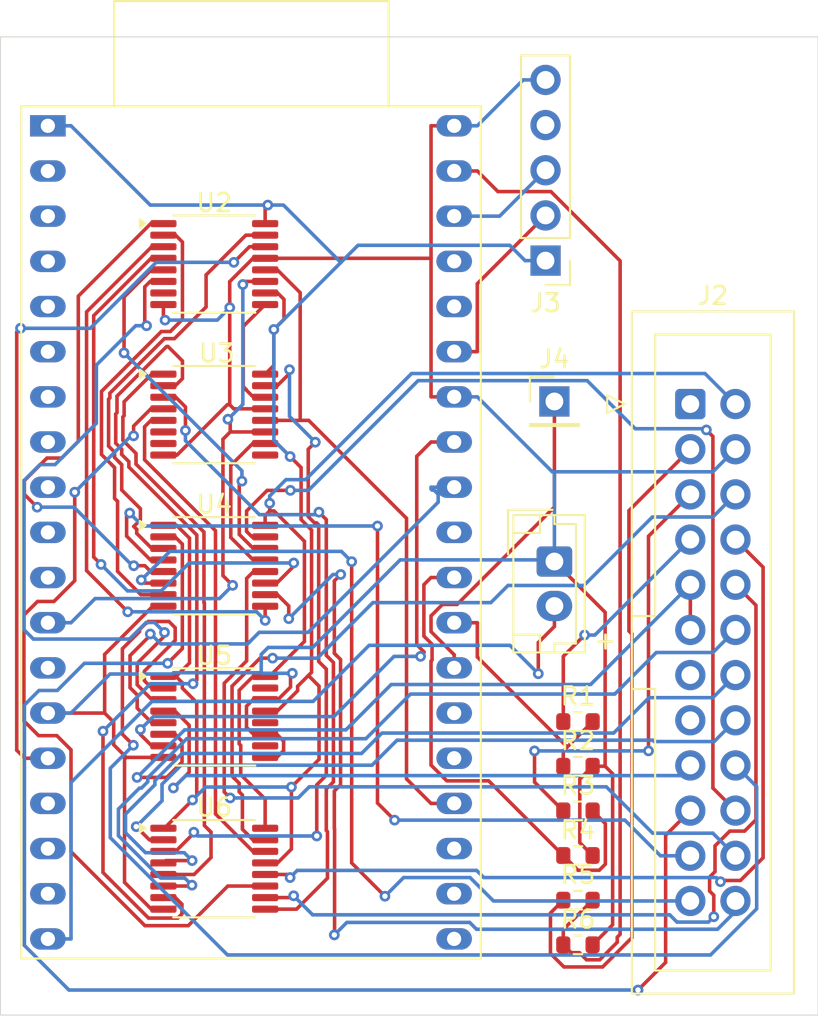
<source format=kicad_pcb>
(kicad_pcb (version 20241229) (generator "pcbnew") (generator_version "9.0")
  (layers (0 "F.Cu" signal) (2 "B.Cu" signal) (13 "F.Paste" user) (15 "B.Paste" user) (5 "F.SilkS" user "F.Silkscreen") (7 "B.SilkS" user "B.Silkscreen") (1 "F.Mask" user) (3 "B.Mask" user) (25 "Edge.Cuts" user))
  (net 0 "")
  (net 1 "5V IN")
  (net 2 "GND IN")
  (net 4 "Net-(J2-Pin_21)")
  (net 5 "Net-(J2-Pin_15)")
  (net 6 "Net-(J2-Pin_14)")
  (net 7 "Net-(J2-Pin_19)")
  (net 9 "Net-(J2-Pin_10)")
  (net 11 "Net-(J2-Pin_23)")
  (net 12 "Net-(J2-Pin_11)")
  (net 13 "Net-(J2-Pin_7)")
  (net 14 "Net-(J2-Pin_12)")
  (net 15 "Net-(J2-Pin_9)")
  (net 16 "Net-(J2-Pin_6)")
  (net 17 "Net-(J2-Pin_4)")
  (net 18 "Net-(J2-Pin_8)")
  (net 19 "Net-(J2-Pin_22)")
  (net 20 "Net-(J2-Pin_16)")
  (net 21 "Net-(J2-Pin_1)")
  (net 22 "Net-(J2-Pin_13)")
  (net 23 "Net-(J2-Pin_3)")
  (net 24 "Net-(J2-Pin_5)")
  (net 25 "Net-(J3-Pin_1)")
  (net 26 "Net-(J3-Pin_3)")
  (net 28 "Net-(J3-Pin_2)")
  (net 29 "Net-(U1-GPIO16)")
  (net 30 "Net-(U1-GPIO17)")
  (net 31 "Net-(U1-GPIO23)")
  (net 38 "Net-(U1-GPIO18)")
  (net 49 "Net-(J4-Pin_1)")
  (net 52 "Net-(U1-MTMS{slash}GPIO14{slash}ADC2_CH6)")
  (net 54 "Net-(U1-MTCK{slash}GPIO13{slash}ADC2_CH4)")
  (net 57 "Net-(U1-MTDO{slash}GPIO15{slash}ADC2_CH3)")
  (net 59 "Net-(U2-QA)")
  (net 60 "Net-(U2-QH')")
  (net 61 "Net-(U2-QD)")
  (net 62 "Net-(U2-QC)")
  (net 63 "Net-(U2-QB)")
  (net 64 "Net-(U2-QE)")
  (net 65 "Net-(U2-QG)")
  (net 67 "Net-(U2-QF)")
  (net 68 "Net-(U3-QB)")
  (net 69 "Net-(U3-QA)")
  (net 70 "Net-(U3-QC)")
  (net 71 "Net-(U3-QD)")
  (net 73 "Net-(U3-QE)")
  (net 75 "Net-(U3-QF)")
  (net 80 "Net-(U1-GPIO19)")
  (footprint "Package_SO:TSSOP-16_4.4x5mm_P0.65mm" (layer "F.Cu") (at 171.3625 59.2382)
    (property "Reference" "U3")
    (property "Value" "74HC595")
  )
  (footprint "Resistor_SMD:R_0603_1608Metric" (layer "F.Cu") (at 191.825 86.54)
    (property "Reference" "R5")
    (property "Value" "47k")
  )
  (footprint "Resistor_SMD:R_0603_1608Metric" (layer "F.Cu") (at 191.825 76.5)
    (property "Reference" "R1")
    (property "Value" "100k")
  )
  (footprint "Package_SO:TSSOP-16_4.4x5mm_P0.65mm" (layer "F.Cu") (at 171.3625 67.7377)
    (property "Reference" "U4")
    (property "Value" "4504")
  )
  (footprint "PCM_Espressif:ESP32-DevKitC_Narrow" (layer "F.Cu") (at 162 43)
    (property "Reference" "U1" (hide yes))
    (property "Value" "ESP32-DevKitC" (hide yes))
  )
  (footprint "Connector_PinHeader_2.54mm:PinHeader_1x01_P2.54mm_Vertical" (layer "F.Cu") (at 190.5 58.5)
    (property "Reference" "J4")
    (property "Value" "Conn_01x01_Pin" (hide yes))
  )
  (footprint "Connector_PinHeader_2.54mm:PinHeader_1x05_P2.54mm_Vertical" (layer "F.Cu") (at 190 50.58 180)
    (property "Reference" "J3")
    (property "Value" "Conn_01x05_Pin" (hide yes))
  )
  (footprint "Connector_JST:JST_EH_B2B-EH-A_1x02_P2.50mm_Vertical" (layer "F.Cu") (at 190.5 67.5 -90)
    (property "Reference" "+")
    (property "Value" "Conn_01x02_Pin" (hide yes))
  )
  (footprint "Resistor_SMD:R_0603_1608Metric" (layer "F.Cu") (at 191.825 81.52)
    (property "Reference" "R3")
    (property "Value" "100k")
  )
  (footprint "Resistor_SMD:R_0603_1608Metric" (layer "F.Cu") (at 191.825 89.05)
    (property "Reference" "R6")
    (property "Value" "20k")
  )
  (footprint "Package_SO:TSSOP-16_4.4x5mm_P0.65mm" (layer "F.Cu") (at 171.3625 84.7707)
    (property "Reference" "U6")
    (property "Value" "4504")
  )
  (footprint "Package_SO:TSSOP-16_4.4x5mm_P0.65mm" (layer "F.Cu") (at 171.3625 76.2373)
    (property "Reference" "U5")
    (property "Value" "4504")
  )
  (footprint "Resistor_SMD:R_0603_1608Metric" (layer "F.Cu") (at 191.825 79.01)
    (property "Reference" "R2")
    (property "Value" "20k")
  )
  (footprint "Connector_IDC:IDC-Header_2x12_P2.54mm_Vertical" (layer "F.Cu") (at 198.1475 58.645)
    (property "Reference" "J2")
    (property "Value" "~")
  )
  (footprint "Package_SO:TSSOP-16_4.4x5mm_P0.65mm" (layer "F.Cu") (at 171.3625 50.775)
    (property "Reference" "U2")
    (property "Value" "74HC595")
  )
  (footprint "Resistor_SMD:R_0603_1608Metric" (layer "F.Cu") (at 191.825 84.03)
    (property "Reference" "R4")
    (property "Value" "20k")
  )
  (gr_rect (start 159.331382 38) (end 205.331382 93) (stroke (width 0.05)) (fill no) (layer "Edge.Cuts"))
  (segment (start 189.5938 73.8071) (end 189.5938 72.0579) (width 0.2) (layer "F.Cu") (net 1))
  (segment (start 190.5 70) (end 190.5 71.1517) (width 0.2) (layer "F.Cu") (net 1))
  (segment (start 189.5938 72.0579) (end 190.5 71.1517) (width 0.2) (layer "F.Cu") (net 1))
  (via (at 189.5938 73.8071) (size 0.6) (drill 0.3) (layers "F.Cu" "B.Cu") (net 1))
  (segment (start 187.9968 72.2101) (end 189.5938 73.8071) (width 0.2) (layer "B.Cu") (net 1))
  (segment (start 162 88.72) (end 163.3017 88.72) (width 0.2) (layer "B.Cu") (net 1))
  (segment (start 167.8623 75.3624) (end 176.9244 75.3624) (width 0.2) (layer "B.Cu") (net 1))
  (segment (start 176.9244 75.3624) (end 180.0767 72.2101) (width 0.2) (layer "B.Cu") (net 1))
  (segment (start 163.3017 79.923) (end 167.8623 75.3624) (width 0.2) (layer "B.Cu") (net 1))
  (segment (start 163.3017 88.72) (end 163.3017 79.923) (width 0.2) (layer "B.Cu") (net 1))
  (segment (start 180.0767 72.2101) (end 187.9968 72.2101) (width 0.2) (layer "B.Cu") (net 1))
  (segment (start 168.5 87.0457) (end 167.8209 87.0457) (width 0.2) (layer "F.Cu") (net 2))
  (segment (start 174.225 77.2123) (end 173.5688 77.2123) (width 0.2) (layer "F.Cu") (net 2))
  (segment (start 173.5404 50.45) (end 174.225 50.45) (width 0.2) (layer "F.Cu") (net 2))
  (segment (start 184.86 43) (end 183.5583 43) (width 0.2) (layer "F.Cu") (net 2))
  (segment (start 175.2646 77.5957) (end 174.8812 77.2123) (width 0.2) (layer "F.Cu") (net 2))
  (segment (start 173.5486 75.2623) (end 174.225 75.2623) (width 0.2) (layer "F.Cu") (net 2))
  (segment (start 168.5 53.8334) (end 168.5 53.05) (width 0.2) (layer "F.Cu") (net 2))
  (segment (start 175.2646 78.1289) (end 175.2646 77.5957) (width 0.2) (layer "F.Cu") (net 2))
  (segment (start 162 76.02) (end 163.3017 76.02) (width 0.2) (layer "F.Cu") (net 2))
  (segment (start 169.2659 61.5132) (end 168.5 61.5132) (width 0.2) (layer "F.Cu") (net 2))
  (segment (start 173.5688 77.2123) (end 173.1752 76.8187) (width 0.2) (layer "F.Cu") (net 2))
  (segment (start 174.8812 78.5123) (end 175.2646 78.1289) (width 0.2) (layer "F.Cu") (net 2))
  (segment (start 193.7771 79.4327) (end 193.7771 87.9229) (width 0.2) (layer "F.Cu") (net 2))
  (segment (start 191.9281 79.7319) (end 192.65 79.01) (width 0.2) (layer "F.Cu") (net 2))
  (segment (start 172.2316 58.6839) (end 172.2316 53.225) (width 0.2) (layer "F.Cu") (net 2))
  (segment (start 174.225 58.9132) (end 172.4609 58.9132) (width 0.2) (layer "F.Cu") (net 2))
  (segment (start 174.9481 75.2623) (end 174.225 75.2623) (width 0.2) (layer "F.Cu") (net 2))
  (segment (start 173.1752 76.8187) (end 173.1752 75.6357) (width 0.2) (layer "F.Cu") (net 2))
  (segment (start 167.8209 87.0457) (end 166.3143 85.5391) (width 0.2) (layer "F.Cu") (net 2))
  (segment (start 183.5583 43) (end 183.5583 50.45) (width 0.2) (layer "F.Cu") (net 2))
  (segment (start 174.225 50.45) (end 183.5583 50.45) (width 0.2) (layer "F.Cu") (net 2))
  (segment (start 193.3544 79.01) (end 193.7771 79.4327) (width 0.2) (layer "F.Cu") (net 2))
  (segment (start 165.1954 76.02) (end 165.7036 76.5282) (width 0.2) (layer "F.Cu") (net 2))
  (segment (start 183.5583 50.45) (end 183.5583 58.24) (width 0.2) (layer "F.Cu") (net 2))
  (segment (start 165.7036 76.5282) (end 165.7036 77.8023) (width 0.2) (layer "F.Cu") (net 2))
  (segment (start 172.2316 53.225) (end 172.2316 51.7589) (width 0.2) (layer "F.Cu") (net 2))
  (segment (start 165.1954 72.7201) (end 165.1954 76.02) (width 0.2) (layer "F.Cu") (net 2))
  (segment (start 165.1954 76.02) (end 163.3017 76.02) (width 0.2) (layer "F.Cu") (net 2))
  (segment (start 172.0952 58.6839) (end 169.2659 61.5132) (width 0.2) (layer "F.Cu") (net 2))
  (segment (start 166.3143 85.5391) (end 166.3143 78.6116) (width 0.2) (layer "F.Cu") (net 2))
  (segment (start 168.5 78.5123) (end 166.4136 78.5123) (width 0.2) (layer "F.Cu") (net 2))
  (segment (start 193.3544 70.3544) (end 193.3544 79.01) (width 0.2) (layer "F.Cu") (net 2))
  (segment (start 174.225 78.5123) (end 174.8812 78.5123) (width 0.2) (layer "F.Cu") (net 2))
  (segment (start 172.4609 58.9132) (end 172.2316 58.6839) (width 0.2) (layer "F.Cu") (net 2))
  (segment (start 172.2316 51.7589) (end 173.5404 50.4501) (width 0.2) (layer "F.Cu") (net 2))
  (segment (start 192.65 84.03) (end 191.9281 83.3081) (width 0.2) (layer "F.Cu") (net 2))
  (segment (start 173.5404 50.4501) (end 173.5404 50.45) (width 0.2) (layer "F.Cu") (net 2))
  (segment (start 173.1752 75.6357) (end 173.5486 75.2623) (width 0.2) (layer "F.Cu") (net 2))
  (segment (start 172.2316 58.6839) (end 172.0952 58.6839) (width 0.2) (layer "F.Cu") (net 2))
  (segment (start 193.7771 87.9229) (end 192.65 89.05) (width 0.2) (layer "F.Cu") (net 2))
  (segment (start 166.3143 78.6116) (end 166.4136 78.5123) (width 0.2) (layer "F.Cu") (net 2))
  (segment (start 165.7036 77.8023) (end 166.4136 78.5123) (width 0.2) (layer "F.Cu") (net 2))
  (segment (start 175.6524 73.8859) (end 175.6524 74.558) (width 0.2) (layer "F.Cu") (net 2))
  (segment (start 168.5 70.0127) (end 167.9028 70.0127) (width 0.2) (layer "F.Cu") (net 2))
  (segment (start 184.86 58.24) (end 183.5583 58.24) (width 0.2) (layer "F.Cu") (net 2))
  (segment (start 192.65 79.01) (end 193.3544 79.01) (width 0.2) (layer "F.Cu") (net 2))
  (segment (start 175.7549 73.7834) (end 175.6524 73.8859) (width 0.2) (layer "F.Cu") (net 2))
  (segment (start 190.5 67.5) (end 193.3544 70.3544) (width 0.2) (layer "F.Cu") (net 2))
  (segment (start 174.8812 77.2123) (end 174.225 77.2123) (width 0.2) (layer "F.Cu") (net 2))
  (segment (start 191.9281 83.3081) (end 191.9281 79.7319) (width 0.2) (layer "F.Cu") (net 2))
  (segment (start 168.5925 53.9259) (end 168.5 53.8334) (width 0.2) (layer "F.Cu") (net 2))
  (segment (start 167.9028 70.0127) (end 165.1954 72.7201) (width 0.2) (layer "F.Cu") (net 2))
  (segment (start 175.6524 74.558) (end 174.9481 75.2623) (width 0.2) (layer "F.Cu") (net 2))
  (via (at 172.2316 53.225) (size 0.6) (drill 0.3) (layers "F.Cu" "B.Cu") (net 2))
  (via (at 175.7549 73.7834) (size 0.6) (drill 0.3) (layers "F.Cu" "B.Cu") (net 2))
  (via (at 168.5925 53.9259) (size 0.6) (drill 0.3) (layers "F.Cu" "B.Cu") (net 2))
  (segment (start 185.5109 58.24) (end 186.1617 58.24) (width 0.2) (layer "B.Cu") (net 2))
  (segment (start 199.4175 62.455) (end 200.6875 61.185) (width 0.2) (layer "B.Cu") (net 2))
  (segment (start 174.3956 72.3312) (end 176.8986 72.3312) (width 0.2) (layer "B.Cu") (net 2))
  (segment (start 174.0039 73.7524) (end 169.0618 73.7524) (width 0.2) (layer "B.Cu") (net 2))
  (segment (start 176.8986 72.3312) (end 181.8235 67.4063) (width 0.2) (layer "B.Cu") (net 2))
  (segment (start 162 76.02) (end 163.3017 76.02) (width 0.2) (layer "B.Cu") (net 2))
  (segment (start 168.9893 73.8249) (end 165.4968 73.8249) (width 0.2) (layer "B.Cu") (net 2))
  (segment (start 181.8235 67.4063) (end 190.5 67.4063) (width 0.2) (layer "B.Cu") (net 2))
  (segment (start 186.1617 43) (end 188.7417 40.42) (width 0.2) (layer "B.Cu") (net 2))
  (segment (start 188.7417 40.42) (end 190 40.42) (width 0.2) (layer "B.Cu") (net 2))
  (segment (start 190.5 67.5) (end 190.5 67.4063) (width 0.2) (layer "B.Cu") (net 2))
  (segment (start 190.5 67.4063) (end 190.5 62.455) (width 0.2) (layer "B.Cu") (net 2))
  (segment (start 165.4968 73.8249) (end 163.3017 76.02) (width 0.2) (layer "B.Cu") (net 2))
  (segment (start 175.7549 73.7834) (end 174.0349 73.7834) (width 0.2) (layer "B.Cu") (net 2))
  (segment (start 184.86 43) (end 186.1617 43) (width 0.2) (layer "B.Cu") (net 2))
  (segment (start 190.5 62.455) (end 199.4175 62.455) (width 0.2) (layer "B.Cu") (net 2))
  (segment (start 169.0618 73.7524) (end 168.9893 73.8249) (width 0.2) (layer "B.Cu") (net 2))
  (segment (start 171.5307 53.9259) (end 172.2316 53.225) (width 0.2) (layer "B.Cu") (net 2))
  (segment (start 168.5925 53.9259) (end 171.5307 53.9259) (width 0.2) (layer "B.Cu") (net 2))
  (segment (start 190.3767 62.455) (end 190.5 62.455) (width 0.2) (layer "B.Cu") (net 2))
  (segment (start 174.0039 72.7229) (end 174.3956 72.3312) (width 0.2) (layer "B.Cu") (net 2))
  (segment (start 174.0349 73.7834) (end 174.0039 73.7524) (width 0.2) (layer "B.Cu") (net 2))
  (segment (start 185.5109 58.24) (end 184.86 58.24) (width 0.2) (layer "B.Cu") (net 2))
  (segment (start 174.0039 73.7524) (end 174.0039 72.7229) (width 0.2) (layer "B.Cu") (net 2))
  (segment (start 186.1617 58.24) (end 190.3767 62.455) (width 0.2) (layer "B.Cu") (net 2))
  (segment (start 192.1984 71.6336) (end 192.2 71.6336) (width 0.2) (layer "F.Cu") (net 4))
  (segment (start 192.2 71.6336) (end 192.1984 71.6336) (width 0.2) (layer "F.Cu") (net 4))
  (segment (start 192.2 71.6336) (end 192.1984 71.6336) (width 0.2) (layer "F.Cu") (net 4))
  (segment (start 192.2011 71.6325) (end 191 72.8336) (width 0.2) (layer "F.Cu") (net 4))
  (segment (start 192.2011 71.6325) (end 192.2 71.6336) (width 0.2) (layer "F.Cu") (net 4))
  (segment (start 191 72.8336) (end 191 76.5) (width 0.2) (layer "F.Cu") (net 4))
  (via (at 192.1984 71.6336) (size 0.6) (drill 0.3) (layers "F.Cu" "B.Cu") (net 4))
  (segment (start 192.2 71.6336) (end 192.1984 71.6336) (width 0.2) (layer "B.Cu") (net 4))
  (segment (start 198.1475 66.265) (end 192.7789 71.6336) (width 0.2) (layer "B.Cu") (net 4))
  (segment (start 192.2 71.6336) (end 192.1984 71.6336) (width 0.2) (layer "B.Cu") (net 4))
  (segment (start 192.1984 71.6336) (end 192.2 71.6336) (width 0.2) (layer "B.Cu") (net 4))
  (segment (start 192.7789 71.6336) (end 192.2 71.6336) (width 0.2) (layer "B.Cu") (net 4))
  (segment (start 169.1562 66.1127) (end 169.5657 66.5222) (width 0.2) (layer "F.Cu") (net 5))
  (segment (start 195.2048 91.5923) (end 196.7577 90.0394) (width 0.2) (layer "F.Cu") (net 5))
  (segment (start 168.5 66.1127) (end 169.1562 66.1127) (width 0.2) (layer "F.Cu") (net 5))
  (segment (start 169.5657 72.3952) (end 168.7378 73.2231) (width 0.2) (layer "F.Cu") (net 5))
  (segment (start 169.5657 66.5222) (end 169.5657 72.3952) (width 0.2) (layer "F.Cu") (net 5))
  (segment (start 196.7577 90.0394) (end 196.7577 82.8948) (width 0.2) (layer "F.Cu") (net 5))
  (segment (start 196.7577 82.8948) (end 198.1475 81.505) (width 0.2) (layer "F.Cu") (net 5))
  (via (at 168.7378 73.2231) (size 0.6) (drill 0.3) (layers "F.Cu" "B.Cu") (net 5))
  (via (at 195.2048 91.5923) (size 0.6) (drill 0.3) (layers "F.Cu" "B.Cu") (net 5))
  (segment (start 163.1854 91.5923) (end 195.2048 91.5923) (width 0.2) (layer "B.Cu") (net 5))
  (segment (start 162.53 74.75) (end 161.5005 74.75) (width 0.2) (layer "B.Cu") (net 5))
  (segment (start 168.7378 73.2231) (end 164.0569 73.2231) (width 0.2) (layer "B.Cu") (net 5))
  (segment (start 161.5005 74.75) (end 160.6795 75.571) (width 0.2) (layer "B.Cu") (net 5))
  (segment (start 160.6795 75.571) (end 160.6795 89.0864) (width 0.2) (layer "B.Cu") (net 5))
  (segment (start 160.6795 89.0864) (end 163.1854 91.5923) (width 0.2) (layer "B.Cu") (net 5))
  (segment (start 164.0569 73.2231) (end 162.53 74.75) (width 0.2) (layer "B.Cu") (net 5))
  (segment (start 166.4308 66.0698) (end 166.4308 64.9496) (width 0.2) (layer "F.Cu") (net 6))
  (segment (start 180.546 65.5016) (end 180.546 81.0782) (width 0.2) (layer "F.Cu") (net 6))
  (segment (start 167.7737 67.4127) (end 166.4308 66.0698) (width 0.2) (layer "F.Cu") (net 6))
  (segment (start 168.5 67.4127) (end 167.7737 67.4127) (width 0.2) (layer "F.Cu") (net 6))
  (segment (start 166.4308 64.9496) (end 166.604 64.7764) (width 0.2) (layer "F.Cu") (net 6))
  (segment (start 180.546 81.0782) (end 181.5079 82.0401) (width 0.2) (layer "F.Cu") (net 6))
  (via (at 180.546 65.5016) (size 0.6) (drill 0.3) (layers "F.Cu" "B.Cu") (net 6))
  (via (at 181.5079 82.0401) (size 0.6) (drill 0.3) (layers "F.Cu" "B.Cu") (net 6))
  (via (at 166.604 64.7764) (size 0.6) (drill 0.3) (layers "F.Cu" "B.Cu") (net 6))
  (segment (start 181.5079 82.0401) (end 194.4651 82.0401) (width 0.2) (layer "B.Cu") (net 6))
  (segment (start 167.3292 65.5016) (end 180.546 65.5016) (width 0.2) (layer "B.Cu") (net 6))
  (segment (start 196.47 84.045) (end 198.1475 84.045) (width 0.2) (layer "B.Cu") (net 6))
  (segment (start 166.604 64.7764) (end 167.3292 65.5016) (width 0.2) (layer "B.Cu") (net 6))
  (segment (start 194.4651 82.0401) (end 196.47 84.045) (width 0.2) (layer "B.Cu") (net 6))
  (segment (start 169.1562 77.2123) (end 169.5478 77.6039) (width 0.2) (layer "F.Cu") (net 7))
  (segment (start 169.5478 78.7804) (end 168.6911 79.6371) (width 0.2) (layer "F.Cu") (net 7))
  (segment (start 168.6911 79.6371) (end 167.0184 79.6371) (width 0.2) (layer "F.Cu") (net 7))
  (segment (start 168.5 77.2123) (end 169.1562 77.2123) (width 0.2) (layer "F.Cu") (net 7))
  (segment (start 198.1475 68.805) (end 198.1475 71.345) (width 0.2) (layer "F.Cu") (net 7))
  (segment (start 169.5478 77.6039) (end 169.5478 78.7804) (width 0.2) (layer "F.Cu") (net 7))
  (via (at 167.0184 79.6371) (size 0.6) (drill 0.3) (layers "F.Cu" "B.Cu") (net 7))
  (segment (start 181.3196 74.414) (end 178.7683 76.9653) (width 0.2) (layer "B.Cu") (net 7))
  (segment (start 198.1475 68.805) (end 192.5385 74.414) (width 0.2) (layer "B.Cu") (net 7))
  (segment (start 169.6902 76.9653) (end 167.0184 79.6371) (width 0.2) (layer "B.Cu") (net 7))
  (segment (start 192.5385 74.414) (end 181.3196 74.414) (width 0.2) (layer "B.Cu") (net 7))
  (segment (start 178.7683 76.9653) (end 169.6902 76.9653) (width 0.2) (layer "B.Cu") (net 7))
  (segment (start 199.4175 80.235) (end 200.6875 81.505) (width 0.2) (layer "F.Cu") (net 9))
  (segment (start 199.4175 60.4694) (end 199.4175 80.235) (width 0.2) (layer "F.Cu") (net 9))
  (segment (start 199.0503 60.1022) (end 199.4175 60.4694) (width 0.2) (layer "F.Cu") (net 9))
  (segment (start 173.4848 66.1127) (end 174.225 66.1127) (width 0.2) (layer "F.Cu") (net 9))
  (segment (start 175.6462 63.4987) (end 174.3425 63.4987) (width 0.2) (layer "F.Cu") (net 9))
  (segment (start 174.3425 63.4987) (end 173.1793 64.6619) (width 0.2) (layer "F.Cu") (net 9))
  (segment (start 173.1793 65.8072) (end 173.4848 66.1127) (width 0.2) (layer "F.Cu") (net 9))
  (segment (start 173.1793 64.6619) (end 173.1793 65.8072) (width 0.2) (layer "F.Cu") (net 9))
  (via (at 199.0503 60.1022) (size 0.6) (drill 0.3) (layers "F.Cu" "B.Cu") (net 9))
  (via (at 175.6462 63.4987) (size 0.6) (drill 0.3) (layers "F.Cu" "B.Cu") (net 9))
  (segment (start 198.9814 60.0333) (end 195.0484 60.0333) (width 0.2) (layer "B.Cu") (net 9))
  (segment (start 195.0484 60.0333) (end 192.3444 57.3293) (width 0.2) (layer "B.Cu") (net 9))
  (segment (start 182.831 57.3293) (end 176.6616 63.4987) (width 0.2) (layer "B.Cu") (net 9))
  (segment (start 192.3444 57.3293) (end 182.831 57.3293) (width 0.2) (layer "B.Cu") (net 9))
  (segment (start 199.0503 60.1022) (end 198.9814 60.0333) (width 0.2) (layer "B.Cu") (net 9))
  (segment (start 176.6616 63.4987) (end 175.6462 63.4987) (width 0.2) (layer "B.Cu") (net 9))
  (segment (start 194.8595 88.6492) (end 193.2145 90.2942) (width 0.2) (layer "F.Cu") (net 11))
  (segment (start 190.2773 87.2627) (end 191 86.54) (width 0.2) (layer "F.Cu") (net 11))
  (segment (start 194.6932 71.4011) (end 194.8595 71.5674) (width 0.2) (layer "F.Cu") (net 11))
  (segment (start 193.2145 90.2942) (end 191.0338 90.2942) (width 0.2) (layer "F.Cu") (net 11))
  (segment (start 194.6932 71.4011) (end 194.8595 71.5674) (width 0.2) (layer "F.Cu") (net 11))
  (segment (start 190.2773 89.5377) (end 190.2773 87.2627) (width 0.2) (layer "F.Cu") (net 11))
  (segment (start 191.0338 90.2942) (end 190.2773 89.5377) (width 0.2) (layer "F.Cu") (net 11))
  (segment (start 194.6932 64.6393) (end 194.6932 71.4011) (width 0.2) (layer "F.Cu") (net 11))
  (segment (start 194.8595 71.5674) (end 194.8595 88.6492) (width 0.2) (layer "F.Cu") (net 11))
  (segment (start 198.1475 61.185) (end 194.6932 64.6393) (width 0.2) (layer "F.Cu") (net 11))
  (segment (start 172.257 80.7925) (end 171.9223 80.4578) (width 0.2) (layer "F.Cu") (net 12))
  (segment (start 173.1854 68.4461) (end 173.5688 68.0627) (width 0.2) (layer "F.Cu") (net 12))
  (segment (start 173.1854 73.0833) (end 173.1854 68.4461) (width 0.2) (layer "F.Cu") (net 12))
  (segment (start 173.5688 68.0627) (end 174.225 68.0627) (width 0.2) (layer "F.Cu") (net 12))
  (segment (start 171.9223 80.4578) (end 171.9223 74.3464) (width 0.2) (layer "F.Cu") (net 12))
  (segment (start 171.9223 74.3464) (end 173.1854 73.0833) (width 0.2) (layer "F.Cu") (net 12))
  (via (at 172.257 80.7925) (size 0.6) (drill 0.3) (layers "F.Cu" "B.Cu") (net 12))
  (segment (start 176.7042 80.1683) (end 176.08 80.7925) (width 0.2) (layer "B.Cu") (net 12))
  (segment (start 193.4238 80.1683) (end 176.7042 80.1683) (width 0.2) (layer "B.Cu") (net 12))
  (segment (start 196.0305 82.775) (end 193.4238 80.1683) (width 0.2) (layer "B.Cu") (net 12))
  (segment (start 199.4175 82.775) (end 196.0305 82.775) (width 0.2) (layer "B.Cu") (net 12))
  (segment (start 176.08 80.7925) (end 172.257 80.7925) (width 0.2) (layer "B.Cu") (net 12))
  (segment (start 200.6875 84.045) (end 199.4175 82.775) (width 0.2) (layer "B.Cu") (net 12))
  (segment (start 168.5 84.4457) (end 168.631 84.3147) (width 0.2) (layer "F.Cu") (net 13))
  (segment (start 168.631 84.3147) (end 170.1162 84.3147) (width 0.2) (layer "F.Cu") (net 13))
  (via (at 170.1162 84.3147) (size 0.6) (drill 0.3) (layers "F.Cu" "B.Cu") (net 13))
  (segment (start 167.4925 83.8699) (end 166.3697 82.7471) (width 0.2) (layer "B.Cu") (net 13))
  (segment (start 195.825 75.155) (end 199.4175 75.155) (width 0.2) (layer "B.Cu") (net 13))
  (segment (start 199.4175 75.155) (end 200.6875 73.885) (width 0.2) (layer "B.Cu") (net 13))
  (segment (start 180.7955 77.1439) (end 193.8361 77.1439) (width 0.2) (layer "B.Cu") (net 13))
  (segment (start 166.3697 82.7471) (end 166.3697 81.7047) (width 0.2) (layer "B.Cu") (net 13))
  (segment (start 179.6487 78.2907) (end 180.7955 77.1439) (width 0.2) (layer "B.Cu") (net 13))
  (segment (start 169.5524 78.2907) (end 179.6487 78.2907) (width 0.2) (layer "B.Cu") (net 13))
  (segment (start 169.6714 83.8699) (end 167.4925 83.8699) (width 0.2) (layer "B.Cu") (net 13))
  (segment (start 168.0218 80.0526) (end 168.0218 79.8213) (width 0.2) (layer "B.Cu") (net 13))
  (segment (start 168.0218 79.8213) (end 169.5524 78.2907) (width 0.2) (layer "B.Cu") (net 13))
  (segment (start 193.8361 77.1439) (end 195.825 75.155) (width 0.2) (layer "B.Cu") (net 13))
  (segment (start 166.3697 81.7047) (end 168.0218 80.0526) (width 0.2) (layer "B.Cu") (net 13))
  (segment (start 170.1162 84.3147) (end 169.6714 83.8699) (width 0.2) (layer "B.Cu") (net 13))
  (segment (start 178.4682 80.0537) (end 178.4682 73.0092) (width 0.2) (layer "F.Cu") (net 14))
  (segment (start 178.1174 72.6584) (end 178.1174 68.5863) (width 0.2) (layer "F.Cu") (net 14))
  (segment (start 178.4682 73.0092) (end 178.2328 72.7738) (width 0.2) (layer "F.Cu") (net 14))
  (segment (start 178.1174 82.5008) (end 178.1174 80.4045) (width 0.2) (layer "F.Cu") (net 14))
  (segment (start 178.1174 80.4045) (end 178.4682 80.0537) (width 0.2) (layer "F.Cu") (net 14))
  (segment (start 174.225 69.3627) (end 174.9156 69.3627) (width 0.2) (layer "F.Cu") (net 14))
  (segment (start 174.9156 69.3627) (end 175.5533 70.0004) (width 0.2) (layer "F.Cu") (net 14))
  (segment (start 178.1325 88.4784) (end 178.1325 82.5159) (width 0.2) (layer "F.Cu") (net 14))
  (segment (start 178.2328 72.7738) (end 178.1174 72.6584) (width 0.2) (layer "F.Cu") (net 14))
  (segment (start 178.1174 68.5863) (end 178.4759 68.2278) (width 0.2) (layer "F.Cu") (net 14))
  (segment (start 178.1325 82.5159) (end 178.1174 82.5008) (width 0.2) (layer "F.Cu") (net 14))
  (segment (start 178.1174 88.4935) (end 178.1325 88.4784) (width 0.2) (layer "F.Cu") (net 14))
  (segment (start 178.2328 72.7738) (end 178.1174 72.6584) (width 0.2) (layer "F.Cu") (net 14))
  (segment (start 175.5533 70.0004) (end 175.5533 70.7123) (width 0.2) (layer "F.Cu") (net 14))
  (via (at 178.1174 88.4935) (size 0.6) (drill 0.3) (layers "F.Cu" "B.Cu") (net 14))
  (via (at 178.4759 68.2278) (size 0.6) (drill 0.3) (layers "F.Cu" "B.Cu") (net 14))
  (via (at 175.5533 70.7123) (size 0.6) (drill 0.3) (layers "F.Cu" "B.Cu") (net 14))
  (segment (start 186.1141 88.1751) (end 185.7307 87.7917) (width 0.2) (layer "B.Cu") (net 14))
  (segment (start 200.6875 87.1683) (end 199.6807 88.1751) (width 0.2) (layer "B.Cu") (net 14))
  (segment (start 178.8192 87.7917) (end 178.1174 88.4935) (width 0.2) (layer "B.Cu") (net 14))
  (segment (start 178.0378 68.2278) (end 175.5533 70.7123) (width 0.2) (layer "B.Cu") (net 14))
  (segment (start 199.6807 88.1751) (end 186.1141 88.1751) (width 0.2) (layer "B.Cu") (net 14))
  (segment (start 185.7307 87.7917) (end 178.8192 87.7917) (width 0.2) (layer "B.Cu") (net 14))
  (segment (start 200.6875 86.585) (end 200.6875 87.1683) (width 0.2) (layer "B.Cu") (net 14))
  (segment (start 178.4759 68.2278) (end 178.0378 68.2278) (width 0.2) (layer "B.Cu") (net 14))
  (segment (start 167.5113 70.9722) (end 167.1587 71.3248) (width 0.2) (layer "F.Cu") (net 15))
  (segment (start 167.4273 73.6677) (end 169.164 71.931) (width 0.2) (layer "F.Cu") (net 15))
  (segment (start 169.164 71.2247) (end 168.8103 70.871) (width 0.2) (layer "F.Cu") (net 15))
  (segment (start 166.1934 72.4019) (end 166.1934 77.2119) (width 0.2) (layer "F.Cu") (net 15))
  (segment (start 167.1587 71.4366) (end 166.1934 72.4019) (width 0.2) (layer "F.Cu") (net 15))
  (segment (start 168.5 74.6123) (end 167.8438 74.6123) (width 0.2) (layer "F.Cu") (net 15))
  (segment (start 169.164 71.931) (end 169.164 71.2247) (width 0.2) (layer "F.Cu") (net 15))
  (segment (start 167.1587 71.3248) (end 167.1587 71.4366) (width 0.2) (layer "F.Cu") (net 15))
  (segment (start 167.4273 74.1958) (end 167.4273 73.6677) (width 0.2) (layer "F.Cu") (net 15))
  (segment (start 168.8103 70.871) (end 167.6417 70.871) (width 0.2) (layer "F.Cu") (net 15))
  (segment (start 166.1934 77.2119) (end 166.81 77.8285) (width 0.2) (layer "F.Cu") (net 15))
  (segment (start 167.5405 70.9722) (end 167.5113 70.9722) (width 0.2) (layer "F.Cu") (net 15))
  (segment (start 167.6417 70.871) (end 167.5405 70.9722) (width 0.2) (layer "F.Cu") (net 15))
  (segment (start 167.8438 74.6123) (end 167.4273 74.1958) (width 0.2) (layer "F.Cu") (net 15))
  (via (at 166.81 77.8285) (size 0.6) (drill 0.3) (layers "F.Cu" "B.Cu") (net 15))
  (segment (start 166.81 77.8285) (end 165.5107 79.1278) (width 0.2) (layer "B.Cu") (net 15))
  (segment (start 201.8809 87.0238) (end 201.8809 80.1584) (width 0.2) (layer "B.Cu") (net 15))
  (segment (start 165.5107 83.0241) (end 172.1075 89.6209) (width 0.2) (layer "B.Cu") (net 15))
  (segment (start 172.1075 89.6209) (end 199.2838 89.6209) (width 0.2) (layer "B.Cu") (net 15))
  (segment (start 201.8809 80.1584) (end 200.6875 78.965) (width 0.2) (layer "B.Cu") (net 15))
  (segment (start 199.2838 89.6209) (end 201.8809 87.0238) (width 0.2) (layer "B.Cu") (net 15))
  (segment (start 165.5107 79.1278) (end 165.5107 83.0241) (width 0.2) (layer "B.Cu") (net 15))
  (segment (start 170.0606 85.7457) (end 168.5 85.7457) (width 0.2) (layer "F.Cu") (net 16))
  (segment (start 170.1061 85.7002) (end 170.0606 85.7457) (width 0.2) (layer "F.Cu") (net 16))
  (segment (start 170.1061 85.7002) (end 170.1074 85.6989) (width 0.2) (layer "F.Cu") (net 16))
  (via (at 170.1074 85.6989) (size 0.6) (drill 0.3) (layers "F.Cu" "B.Cu") (net 16))
  (segment (start 170.1061 85.7002) (end 170.1074 85.6989) (width 0.2) (layer "B.Cu") (net 16))
  (segment (start 167.6201 79.6549) (end 169.8131 77.4619) (width 0.2) (layer "B.Cu") (net 16))
  (segment (start 169.8131 77.4619) (end 179.8943 77.4619) (width 0.2) (layer "B.Cu") (net 16))
  (segment (start 165.968 81.4227) (end 167.1519 80.2388) (width 0.2) (layer "B.Cu") (net 16))
  (segment (start 168.3531 85.2985) (end 165.968 82.9134) (width 0.2) (layer "B.Cu") (net 16))
  (segment (start 199.4175 72.615) (end 200.6875 71.345) (width 0.2) (layer "B.Cu") (net 16))
  (segment (start 169.7044 85.2985) (end 168.3531 85.2985) (width 0.2) (layer "B.Cu") (net 16))
  (segment (start 167.1519 80.2388) (end 167.2676 80.2388) (width 0.2) (layer "B.Cu") (net 16))
  (segment (start 170.1061 85.7002) (end 169.7044 85.2985) (width 0.2) (layer "B.Cu") (net 16))
  (segment (start 167.6201 79.8863) (end 167.6201 79.6549) (width 0.2) (layer "B.Cu") (net 16))
  (segment (start 165.968 82.9134) (end 165.968 81.4227) (width 0.2) (layer "B.Cu") (net 16))
  (segment (start 182.4047 74.9515) (end 193.8971 74.9515) (width 0.2) (layer "B.Cu") (net 16))
  (segment (start 179.8943 77.4619) (end 182.4047 74.9515) (width 0.2) (layer "B.Cu") (net 16))
  (segment (start 167.2676 80.2388) (end 167.6201 79.8863) (width 0.2) (layer "B.Cu") (net 16))
  (segment (start 196.2336 72.615) (end 199.4175 72.615) (width 0.2) (layer "B.Cu") (net 16))
  (segment (start 193.8971 74.9515) (end 196.2336 72.615) (width 0.2) (layer "B.Cu") (net 16))
  (segment (start 202.2417 67.8192) (end 200.6875 66.265) (width 0.2) (layer "F.Cu") (net 17))
  (segment (start 175.4547 85.0957) (end 175.6282 85.2692) (width 0.2) (layer "F.Cu") (net 17))
  (segment (start 199.9122 85.4333) (end 200.9664 85.4333) (width 0.2) (layer "F.Cu") (net 17))
  (segment (start 199.8438 85.5017) (end 199.9122 85.4333) (width 0.2) (layer "F.Cu") (net 17))
  (segment (start 174.225 85.0957) (end 175.4547 85.0957) (width 0.2) (layer "F.Cu") (net 17))
  (segment (start 200.9664 85.4333) (end 202.2417 84.158) (width 0.2) (layer "F.Cu") (net 17))
  (segment (start 202.2417 84.158) (end 202.2417 67.8192) (width 0.2) (layer "F.Cu") (net 17))
  (via (at 175.6282 85.2692) (size 0.6) (drill 0.3) (layers "F.Cu" "B.Cu") (net 17))
  (via (at 199.8438 85.5017) (size 0.6) (drill 0.3) (layers "F.Cu" "B.Cu") (net 17))
  (segment (start 186.1228 84.8675) (end 176.0299 84.8675) (width 0.2) (layer "B.Cu") (net 17))
  (segment (start 199.8438 85.5017) (end 199.6113 85.2692) (width 0.2) (layer "B.Cu") (net 17))
  (segment (start 176.0299 84.8675) (end 175.6282 85.2692) (width 0.2) (layer "B.Cu") (net 17))
  (segment (start 199.6113 85.2692) (end 186.5245 85.2692) (width 0.2) (layer "B.Cu") (net 17))
  (segment (start 186.5245 85.2692) (end 186.1228 84.8675) (width 0.2) (layer "B.Cu") (net 17))
  (segment (start 167.7115 83.1457) (end 168.5 83.1457) (width 0.2) (layer "F.Cu") (net 18))
  (segment (start 166.9715 82.4057) (end 167.7115 83.1457) (width 0.2) (layer "F.Cu") (net 18))
  (via (at 166.9715 82.4057) (size 0.6) (drill 0.3) (layers "F.Cu" "B.Cu") (net 18))
  (segment (start 169.4916 78.9518) (end 168.4235 80.0199) (width 0.2) (layer "B.Cu") (net 18))
  (segment (start 168.4235 80.9537) (end 166.9715 82.4057) (width 0.2) (layer "B.Cu") (net 18))
  (segment (start 168.4235 80.0199) (end 168.4235 80.9537) (width 0.2) (layer "B.Cu") (net 18))
  (segment (start 200.6875 76.425) (end 199.4913 77.6212) (width 0.2) (layer "B.Cu") (net 18))
  (segment (start 199.4913 77.6212) (end 196.1189 77.6212) (width 0.2) (layer "B.Cu") (net 18))
  (segment (start 180.2376 78.9518) (end 169.4916 78.9518) (width 0.2) (layer "B.Cu") (net 18))
  (segment (start 196.0433 77.5456) (end 181.6438 77.5456) (width 0.2) (layer "B.Cu") (net 18))
  (segment (start 196.1189 77.6212) (end 196.0433 77.5456) (width 0.2) (layer "B.Cu") (net 18))
  (segment (start 181.6438 77.5456) (end 180.2376 78.9518) (width 0.2) (layer "B.Cu") (net 18))
  (segment (start 198.1475 63.725) (end 195.7941 66.0784) (width 0.2) (layer "F.Cu") (net 19))
  (segment (start 195.7941 66.0784) (end 195.7941 78.1473) (width 0.2) (layer "F.Cu") (net 19))
  (segment (start 189.3813 79.9013) (end 189.3813 78.1473) (width 0.2) (layer "F.Cu") (net 19))
  (segment (start 191 81.52) (end 189.3813 79.9013) (width 0.2) (layer "F.Cu") (net 19))
  (via (at 195.7941 78.1473) (size 0.6) (drill 0.3) (layers "F.Cu" "B.Cu") (net 19))
  (via (at 189.3813 78.1473) (size 0.6) (drill 0.3) (layers "F.Cu" "B.Cu") (net 19))
  (segment (start 189.3813 78.1473) (end 195.7941 78.1473) (width 0.2) (layer "B.Cu") (net 19))
  (segment (start 169.1562 75.9123) (end 169.9495 76.7056) (width 0.2) (layer "F.Cu") (net 20))
  (segment (start 168.5 75.9123) (end 169.1562 75.9123) (width 0.2) (layer "F.Cu") (net 20))
  (segment (start 169.9495 76.7056) (end 169.9495 79.3451) (width 0.2) (layer "F.Cu") (net 20))
  (segment (start 169.9495 79.3451) (end 169.0623 80.2323) (width 0.2) (layer "F.Cu") (net 20))
  (via (at 169.0623 80.2323) (size 0.6) (drill 0.3) (layers "F.Cu" "B.Cu") (net 20))
  (segment (start 169.7578 79.5368) (end 169.0623 80.2323) (width 0.2) (layer "B.Cu") (net 20))
  (segment (start 198.1475 78.965) (end 197.5757 79.5368) (width 0.2) (layer "B.Cu") (net 20))
  (segment (start 197.5757 79.5368) (end 169.7578 79.5368) (width 0.2) (layer "B.Cu") (net 20))
  (segment (start 172.8524 79.4839) (end 172.8524 77.842) (width 0.2) (layer "F.Cu") (net 21))
  (segment (start 174.225 64.91) (end 174.225 65.4627) (width 0.2) (layer "F.Cu") (net 21))
  (segment (start 173.5402 73.9623) (end 174.225 73.9623) (width 0.2) (layer "F.Cu") (net 21))
  (segment (start 172.7648 74.7377) (end 173.5402 73.9623) (width 0.2) (layer "F.Cu") (net 21))
  (segment (start 174.4662 73.9623) (end 174.225 73.9623) (width 0.2) (layer "F.Cu") (net 21))
  (segment (start 174.4804 64.6546) (end 174.7271 64.6546) (width 0.2) (layer "F.Cu") (net 21))
  (segment (start 174.225 82.4957) (end 174.225 80.8565) (width 0.2) (layer "F.Cu") (net 21))
  (segment (start 174.7271 64.6546) (end 176.4348 66.3623) (width 0.2) (layer "F.Cu") (net 21))
  (segment (start 174.225 80.8565) (end 172.8524 79.4839) (width 0.2) (layer "F.Cu") (net 21))
  (segment (start 174.4804 64.6546) (end 174.225 64.91) (width 0.2) (layer "F.Cu") (net 21))
  (segment (start 172.7648 77.7544) (end 172.7648 74.7377) (width 0.2) (layer "F.Cu") (net 21))
  (segment (start 176.4348 71.9937) (end 174.4662 73.9623) (width 0.2) (layer "F.Cu") (net 21))
  (segment (start 172.8524 77.842) (end 172.7648 77.7544) (width 0.2) (layer "F.Cu") (net 21))
  (segment (start 174.4804 64.6546) (end 174.4804 64.2219) (width 0.2) (layer "F.Cu") (net 21))
  (segment (start 176.4348 66.3623) (end 176.4348 71.9937) (width 0.2) (layer "F.Cu") (net 21))
  (via (at 174.4804 64.2219) (size 0.6) (drill 0.3) (layers "F.Cu" "B.Cu") (net 21))
  (segment (start 176.4951 62.897) (end 175.3971 62.897) (width 0.2) (layer "B.Cu") (net 21))
  (segment (start 175.3971 62.897) (end 174.4804 63.8137) (width 0.2) (layer "B.Cu") (net 21))
  (segment (start 200.6875 58.645) (end 198.9701 56.9276) (width 0.2) (layer "B.Cu") (net 21))
  (segment (start 174.4804 63.8137) (end 174.4804 64.2219) (width 0.2) (layer "B.Cu") (net 21))
  (segment (start 182.4645 56.9276) (end 176.4951 62.897) (width 0.2) (layer "B.Cu") (net 21))
  (segment (start 198.9701 56.9276) (end 182.4645 56.9276) (width 0.2) (layer "B.Cu") (net 21))
  (segment (start 179.0927 84.4451) (end 180.9653 86.3177) (width 0.2) (layer "F.Cu") (net 22))
  (segment (start 167.4323 68.7127) (end 167.2562 68.5366) (width 0.2) (layer "F.Cu") (net 22))
  (segment (start 179.0927 67.5059) (end 179.0927 84.4451) (width 0.2) (layer "F.Cu") (net 22))
  (segment (start 168.5 68.7127) (end 167.4323 68.7127) (width 0.2) (layer "F.Cu") (net 22))
  (via (at 180.9653 86.3177) (size 0.6) (drill 0.3) (layers "F.Cu" "B.Cu") (net 22))
  (via (at 179.0927 67.5059) (size 0.6) (drill 0.3) (layers "F.Cu" "B.Cu") (net 22))
  (via (at 167.2562 68.5366) (size 0.6) (drill 0.3) (layers "F.Cu" "B.Cu") (net 22))
  (segment (start 167.2562 68.5366) (end 168.8646 66.9282) (width 0.2) (layer "B.Cu") (net 22))
  (segment (start 178.515 66.9282) (end 179.0927 67.5059) (width 0.2) (layer "B.Cu") (net 22))
  (segment (start 187.0721 86.585) (end 198.1475 86.585) (width 0.2) (layer "B.Cu") (net 22))
  (segment (start 180.9653 86.3177) (end 182.0138 85.2692) (width 0.2) (layer "B.Cu") (net 22))
  (segment (start 168.8646 66.9282) (end 178.515 66.9282) (width 0.2) (layer "B.Cu") (net 22))
  (segment (start 182.0138 85.2692) (end 185.7563 85.2692) (width 0.2) (layer "B.Cu") (net 22))
  (segment (start 185.7563 85.2692) (end 187.0721 86.585) (width 0.2) (layer "B.Cu") (net 22))
  (segment (start 172.7648 80.4494) (end 172.7648 79.9643) (width 0.2) (layer "F.Cu") (net 23))
  (segment (start 172.9453 80.6299) (end 172.7648 80.4494) (width 0.2) (layer "F.Cu") (net 23))
  (segment (start 172.9468 82.4091) (end 172.9453 82.4076) (width 0.2) (layer "F.Cu") (net 23))
  (segment (start 172.9453 82.4076) (end 172.9453 80.6299) (width 0.2) (layer "F.Cu") (net 23))
  (segment (start 172.5294 79.7289) (end 172.4507 79.6502) (width 0.2) (layer "F.Cu") (net 23))
  (segment (start 172.4507 79.6502) (end 172.3631 79.5626) (width 0.2) (layer "F.Cu") (net 23))
  (segment (start 172.5294 79.7289) (end 172.4507 79.6502) (width 0.2) (layer "F.Cu") (net 23))
  (segment (start 172.9468 82.5545) (end 172.9468 82.4091) (width 0.2) (layer "F.Cu") (net 23))
  (segment (start 172.7648 79.9643) (end 172.5294 79.7289) (width 0.2) (layer "F.Cu") (net 23))
  (segment (start 173.538 83.1457) (end 172.9468 82.5545) (width 0.2) (layer "F.Cu") (net 23))
  (segment (start 173.9367 72.9329) (end 174.6447 72.9329) (width 0.2) (layer "F.Cu") (net 23))
  (segment (start 172.3631 74.5065) (end 173.9367 72.9329) (width 0.2) (layer "F.Cu") (net 23))
  (segment (start 172.3631 79.5626) (end 172.3631 74.5065) (width 0.2) (layer "F.Cu") (net 23))
  (segment (start 174.225 83.1457) (end 173.538 83.1457) (width 0.2) (layer "F.Cu") (net 23))
  (via (at 174.6447 72.9329) (size 0.6) (drill 0.3) (layers "F.Cu" "B.Cu") (net 23))
  (segment (start 200.6875 63.725) (end 199.4175 64.995) (width 0.2) (layer "B.Cu") (net 23))
  (segment (start 174.6447 72.9329) (end 177.1634 72.9329) (width 0.2) (layer "B.Cu") (net 23))
  (segment (start 196.0103 64.995) (end 192.1596 68.8457) (width 0.2) (layer "B.Cu") (net 23))
  (segment (start 192.1596 68.8457) (end 187.8885 68.8457) (width 0.2) (layer "B.Cu") (net 23))
  (segment (start 187.8885 68.8457) (end 186.9227 69.8115) (width 0.2) (layer "B.Cu") (net 23))
  (segment (start 186.9227 69.8115) (end 180.2848 69.8115) (width 0.2) (layer "B.Cu") (net 23))
  (segment (start 180.0566 70.0397) (end 180.2848 69.8115) (width 0.2) (layer "B.Cu") (net 23))
  (segment (start 199.4175 64.995) (end 196.0103 64.995) (width 0.2) (layer "B.Cu") (net 23))
  (segment (start 180.0566 70.0397) (end 180.2848 69.8115) (width 0.2) (layer "B.Cu") (net 23))
  (segment (start 177.1634 72.9329) (end 180.0566 70.0397) (width 0.2) (layer "B.Cu") (net 23))
  (segment (start 174.225 86.3957) (end 175.7252 86.3957) (width 0.2) (layer "F.Cu") (net 24))
  (segment (start 201.2009 82.6567) (end 200.3683 82.6567) (width 0.2) (layer "F.Cu") (net 24))
  (segment (start 200.3683 82.6567) (end 199.5358 83.4892) (width 0.2) (layer "F.Cu") (net 24))
  (segment (start 201.84 69.9575) (end 201.84 82.0176) (width 0.2) (layer "F.Cu") (net 24))
  (segment (start 200.6875 68.805) (end 201.84 69.9575) (width 0.2) (layer "F.Cu") (net 24))
  (segment (start 199.2321 86.0277) (end 199.4678 86.2634) (width 0.2) (layer "F.Cu") (net 24))
  (segment (start 199.5358 83.4892) (end 199.5358 84.9386) (width 0.2) (layer "F.Cu") (net 24))
  (segment (start 201.84 82.0176) (end 201.2009 82.6567) (width 0.2) (layer "F.Cu") (net 24))
  (segment (start 199.5358 84.9386) (end 199.2321 85.2423) (width 0.2) (layer "F.Cu") (net 24))
  (segment (start 199.2321 85.2423) (end 199.2321 86.0277) (width 0.2) (layer "F.Cu") (net 24))
  (segment (start 175.7252 86.3957) (end 175.8282 86.2927) (width 0.2) (layer "F.Cu") (net 24))
  (segment (start 199.4678 86.2634) (end 199.4678 87.4719) (width 0.2) (layer "F.Cu") (net 24))
  (via (at 175.8282 86.2927) (size 0.6) (drill 0.3) (layers "F.Cu" "B.Cu") (net 24))
  (via (at 199.4678 87.4719) (size 0.6) (drill 0.3) (layers "F.Cu" "B.Cu") (net 24))
  (segment (start 196.9902 87.3648) (end 176.9003 87.3648) (width 0.2) (layer "B.Cu") (net 24))
  (segment (start 199.4678 87.4719) (end 199.1676 87.7721) (width 0.2) (layer "B.Cu") (net 24))
  (segment (start 197.3975 87.7721) (end 196.9902 87.3648) (width 0.2) (layer "B.Cu") (net 24))
  (segment (start 199.1676 87.7721) (end 197.3975 87.7721) (width 0.2) (layer "B.Cu") (net 24))
  (segment (start 176.9003 87.3648) (end 175.8282 86.2927) (width 0.2) (layer "B.Cu") (net 24))
  (segment (start 170.376 75.4294) (end 170.376 80.6724) (width 0.2) (layer "F.Cu") (net 25))
  (segment (start 174.225 60.8632) (end 174.8974 60.8632) (width 0.2) (layer "F.Cu") (net 25))
  (segment (start 169.2113 73.9623) (end 169.5652 74.3162) (width 0.2) (layer "F.Cu") (net 25))
  (segment (start 169.9674 73.2062) (end 169.2113 73.9623) (width 0.2) (layer "F.Cu") (net 25))
  (segment (start 174.9282 52.4) (end 175.2846 52.7564) (width 0.2) (layer "F.Cu") (net 25))
  (segment (start 174.225 60.8632) (end 173.5232 60.8632) (width 0.2) (layer "F.Cu") (net 25))
  (segment (start 170.376 80.6724) (end 170.14 80.9084) (width 0.2) (layer "F.Cu") (net 25))
  (segment (start 176.6588 73.9069) (end 177.2576 74.5057) (width 0.2) (layer "F.Cu") (net 25))
  (segment (start 174.9038 75.9123) (end 174.225 75.9123) (width 0.2) (layer "F.Cu") (net 25))
  (segment (start 174.8974 60.8632) (end 175.6295 61.5953) (width 0.2) (layer "F.Cu") (net 25))
  (segment (start 175.7022 80.1793) (end 175.7022 83.6682) (width 0.2) (layer "F.Cu") (net 25))
  (segment (start 176.8365 73.7292) (end 176.6588 73.9069) (width 0.2) (layer "F.Cu") (net 25))
  (segment (start 169.5652 74.3162) (end 169.5652 74.6186) (width 0.2) (layer "F.Cu") (net 25))
  (segment (start 172.2919 66.1492) (end 173.5554 67.4127) (width 0.2) (layer "F.Cu") (net 25))
  (segment (start 175.2846 53.8823) (end 174.7159 54.451) (width 0.2) (layer "F.Cu") (net 25))
  (segment (start 169.2404 65.4627) (end 169.9674 66.1897) (width 0.2) (layer "F.Cu") (net 25))
  (segment (start 176.0541 74.5116) (end 176.0541 74.762) (width 0.2) (layer "F.Cu") (net 25))
  (segment (start 174.7159 54.451) (end 174.7159 56.4723) (width 0.2) (layer "F.Cu") (net 25))
  (segment (start 169.9674 66.1897) (end 169.9674 73.2062) (width 0.2) (layer "F.Cu") (net 25))
  (segment (start 175.7022 83.6682) (end 174.9247 84.4457) (width 0.2) (layer "F.Cu") (net 25))
  (segment (start 174.3748 47.4574) (end 174.225 47.6072) (width 0.2) (layer "F.Cu") (net 25))
  (segment (start 176.248 62.2138) (end 176.248 65.1397) (width 0.2) (layer "F.Cu") (net 25))
  (segment (start 174.7159 56.4723) (end 174.225 56.9632) (width 0.2) (layer "F.Cu") (net 25))
  (segment (start 176.248 65.1397) (end 176.8364 65.7281) (width 0.2) (layer "F.Cu") (net 25))
  (segment (start 169.5652 74.6186) (end 170.376 75.4294) (width 0.2) (layer "F.Cu") (net 25))
  (segment (start 172.2919 62.0945) (end 172.2919 66.1492) (width 0.2) (layer "F.Cu") (net 25))
  (segment (start 175.6295 61.5953) (end 176.248 62.2138) (width 0.2) (layer "F.Cu") (net 25))
  (segment (start 176.6588 73.9069) (end 176.0541 74.5116) (width 0.2) (layer "F.Cu") (net 25))
  (segment (start 173.5554 67.4127) (end 174.225 67.4127) (width 0.2) (layer "F.Cu") (net 25))
  (segment (start 168.5 73.9623) (end 169.2113 73.9623) (width 0.2) (layer "F.Cu") (net 25))
  (segment (start 173.5232 60.8632) (end 172.2919 62.0945) (width 0.2) (layer "F.Cu") (net 25))
  (segment (start 170.14 80.9084) (end 168.5527 82.4957) (width 0.2) (layer "F.Cu") (net 25))
  (segment (start 175.2846 52.7564) (end 175.2846 53.8823) (width 0.2) (layer "F.Cu") (net 25))
  (segment (start 174.9247 84.4457) (end 174.225 84.4457) (width 0.2) (layer "F.Cu") (net 25))
  (segment (start 174.225 52.4) (end 174.9282 52.4) (width 0.2) (layer "F.Cu") (net 25))
  (segment (start 177.2576 74.5057) (end 177.2576 78.6239) (width 0.2) (layer "F.Cu") (net 25))
  (segment (start 176.0541 74.762) (end 174.9038 75.9123) (width 0.2) (layer "F.Cu") (net 25))
  (segment (start 168.5 65.4627) (end 169.2404 65.4627) (width 0.2) (layer "F.Cu") (net 25))
  (segment (start 177.2576 78.6239) (end 175.7022 80.1793) (width 0.2) (layer "F.Cu") (net 25))
  (segment (start 168.5527 82.4957) (end 168.5 82.4957) (width 0.2) (layer "F.Cu") (net 25))
  (segment (start 174.225 47.6072) (end 174.225 48.5) (width 0.2) (layer "F.Cu") (net 25))
  (segment (start 176.8365 65.7281) (end 176.8365 73.7292) (width 0.2) (layer "F.Cu") (net 25))
  (segment (start 176.8364 65.7281) (end 176.8365 65.7281) (width 0.2) (layer "F.Cu") (net 25))
  (via (at 175.7022 80.1793) (size 0.6) (drill 0.3) (layers "F.Cu" "B.Cu") (net 25))
  (via (at 170.14 80.9084) (size 0.6) (drill 0.3) (layers "F.Cu" "B.Cu") (net 25))
  (via (at 174.7159 54.451) (size 0.6) (drill 0.3) (layers "F.Cu" "B.Cu") (net 25))
  (via (at 174.3748 47.4574) (size 0.6) (drill 0.3) (layers "F.Cu" "B.Cu") (net 25))
  (via (at 175.6295 61.5953) (size 0.6) (drill 0.3) (layers "F.Cu" "B.Cu") (net 25))
  (segment (start 187.9866 49.7183) (end 188.8483 50.58) (width 0.2) (layer "B.Cu") (net 25))
  (segment (start 175.2538 47.4574) (end 178.4817 50.6852) (width 0.2) (layer "B.Cu") (net 25))
  (segment (start 190 50.58) (end 188.8483 50.58) (width 0.2) (layer "B.Cu") (net 25))
  (segment (start 174.7159 54.451) (end 174.7159 60.6817) (width 0.2) (layer "B.Cu") (net 25))
  (segment (start 167.7591 47.4574) (end 174.3748 47.4574) (width 0.2) (layer "B.Cu") (net 25))
  (segment (start 170.14 80.9084) (end 170.869 80.1794) (width 0.2) (layer "B.Cu") (net 25))
  (segment (start 179.4486 49.7183) (end 187.9866 49.7183) (width 0.2) (layer "B.Cu") (net 25))
  (segment (start 174.7159 60.6817) (end 175.6295 61.5953) (width 0.2) (layer "B.Cu") (net 25))
  (segment (start 162 43) (end 163.3017 43) (width 0.2) (layer "B.Cu") (net 25))
  (segment (start 178.4817 50.6852) (end 179.4486 49.7183) (width 0.2) (layer "B.Cu") (net 25))
  (segment (start 170.869 80.1794) (end 175.7022 80.1794) (width 0.2) (layer "B.Cu") (net 25))
  (segment (start 163.3017 43) (end 167.7591 47.4574) (width 0.2) (layer "B.Cu") (net 25))
  (segment (start 174.3748 47.4574) (end 175.2538 47.4574) (width 0.2) (layer "B.Cu") (net 25))
  (segment (start 174.7159 54.451) (end 178.4817 50.6852) (width 0.2) (layer "B.Cu") (net 25))
  (segment (start 175.7022 80.1794) (end 175.7022 80.1793) (width 0.2) (layer "B.Cu") (net 25))
  (segment (start 187.42 48.08) (end 190 45.5) (width 0.2) (layer "B.Cu") (net 26))
  (segment (start 184.86 48.08) (end 187.42 48.08) (width 0.2) (layer "B.Cu") (net 26))
  (segment (start 184.86 55.7) (end 186.1617 55.7) (width 0.2) (layer "F.Cu") (net 28))
  (segment (start 186.1617 51.8783) (end 190 48.04) (width 0.2) (layer "F.Cu") (net 28))
  (segment (start 186.1617 55.7) (end 186.1617 51.8783) (width 0.2) (layer "F.Cu") (net 28))
  (segment (start 184.86 70.94) (end 186.1617 70.94) (width 0.2) (layer "F.Cu") (net 29))
  (segment (start 191 79.01) (end 191 78.15) (width 0.2) (layer "F.Cu") (net 29))
  (segment (start 186.1617 70.94) (end 186.1617 72.867) (width 0.2) (layer "F.Cu") (net 29))
  (segment (start 186.1617 72.867) (end 191.2224 77.9276) (width 0.2) (layer "F.Cu") (net 29))
  (segment (start 191.2224 77.9276) (end 192.65 76.5) (width 0.2) (layer "F.Cu") (net 29))
  (segment (start 191 78.15) (end 191.2224 77.9276) (width 0.2) (layer "F.Cu") (net 29))
  (segment (start 184.86 68.4) (end 183.5583 68.4) (width 0.2) (layer "F.Cu") (net 30))
  (segment (start 192.65 81.52) (end 193.3669 82.2369) (width 0.2) (layer "F.Cu") (net 30))
  (segment (start 191 84.03) (end 186.8 79.83) (width 0.2) (layer "F.Cu") (net 30))
  (segment (start 183.1566 71.6913) (end 183.1566 68.8017) (width 0.2) (layer "F.Cu") (net 30))
  (segment (start 183.6173 72.152) (end 183.1566 71.6913) (width 0.2) (layer "F.Cu") (net 30))
  (segment (start 186.8 79.83) (end 184.4451 79.83) (width 0.2) (layer "F.Cu") (net 30))
  (segment (start 184.4451 79.83) (end 183.5583 78.9432) (width 0.2) (layer "F.Cu") (net 30))
  (segment (start 183.5583 78.9432) (end 183.5583 73.0939) (width 0.2) (layer "F.Cu") (net 30))
  (segment (start 183.6173 73.0349) (end 183.6173 72.152) (width 0.2) (layer "F.Cu") (net 30))
  (segment (start 183.1566 68.8017) (end 183.5583 68.4) (width 0.2) (layer "F.Cu") (net 30))
  (segment (start 193.3669 84.5145) (end 193.0238 84.8576) (width 0.2) (layer "F.Cu") (net 30))
  (segment (start 193.0238 84.8576) (end 191.8276 84.8576) (width 0.2) (layer "F.Cu") (net 30))
  (segment (start 183.5583 73.0939) (end 183.6173 73.0349) (width 0.2) (layer "F.Cu") (net 30))
  (segment (start 193.3669 82.2369) (end 193.3669 84.5145) (width 0.2) (layer "F.Cu") (net 30))
  (segment (start 191.8276 84.8576) (end 191 84.03) (width 0.2) (layer "F.Cu") (net 30))
  (segment (start 191.4423 89.4923) (end 191 89.05) (width 0.2) (layer "F.Cu") (net 31))
  (segment (start 194.1979 50.5962) (end 194.1979 88.46) (width 0.2) (layer "F.Cu") (net 31))
  (segment (start 194.1979 88.46) (end 194.0354 88.6225) (width 0.2) (layer "F.Cu") (net 31))
  (segment (start 191.9067 89.4923) (end 191.4423 89.4923) (width 0.2) (layer "F.Cu") (net 31))
  (segment (start 193.0482 89.8925) (end 192.3068 89.8925) (width 0.2) (layer "F.Cu") (net 31))
  (segment (start 187.3203 46.6986) (end 190.3003 46.6986) (width 0.2) (layer "F.Cu") (net 31))
  (segment (start 191 89.05) (end 191 88.19) (width 0.2) (layer "F.Cu") (net 31))
  (segment (start 194.0354 88.9053) (end 193.0482 89.8925) (width 0.2) (layer "F.Cu") (net 31))
  (segment (start 190.3003 46.6986) (end 194.1979 50.5962) (width 0.2) (layer "F.Cu") (net 31))
  (segment (start 194.0354 88.6225) (end 194.0354 88.9053) (width 0.2) (layer "F.Cu") (net 31))
  (segment (start 191.9067 89.4924) (end 191.9067 89.4923) (width 0.2) (layer "F.Cu") (net 31))
  (segment (start 186.1617 45.54) (end 187.3203 46.6986) (width 0.2) (layer "F.Cu") (net 31))
  (segment (start 184.86 45.54) (end 186.1617 45.54) (width 0.2) (layer "F.Cu") (net 31))
  (segment (start 192.3068 89.8925) (end 191.9067 89.4924) (width 0.2) (layer "F.Cu") (net 31))
  (segment (start 191 88.19) (end 192.65 86.54) (width 0.2) (layer "F.Cu") (net 31))
  (segment (start 166.8593 74.8309) (end 167.0256 74.9972) (width 0.2) (layer "F.Cu") (net 38))
  (segment (start 167.0256 75.7441) (end 167.8438 76.5623) (width 0.2) (layer "F.Cu") (net 38))
  (segment (start 166.8593 74.8309) (end 167.0256 74.9972) (width 0.2) (layer "F.Cu") (net 38))
  (segment (start 167.0256 74.9972) (end 167.0256 75.7441) (width 0.2) (layer "F.Cu") (net 38))
  (segment (start 167.8438 76.5623) (end 168.5 76.5623) (width 0.2) (layer "F.Cu") (net 38))
  (segment (start 166.6239 72.7885) (end 166.6239 74.5955) (width 0.2) (layer "F.Cu") (net 38))
  (segment (start 166.6239 74.5955) (end 166.8593 74.8309) (width 0.2) (layer "F.Cu") (net 38))
  (segment (start 167.8385 71.5739) (end 167.7604 71.5739) (width 0.2) (layer "F.Cu") (net 38))
  (segment (start 167.8385 71.5739) (end 166.6239 72.7885) (width 0.2) (layer "F.Cu") (net 38))
  (via (at 167.7604 71.5739) (size 0.6) (drill 0.3) (layers "F.Cu" "B.Cu") (net 38))
  (segment (start 173.402 71.9673) (end 173.8902 71.4791) (width 0.2) (layer "B.Cu") (net 38))
  (segment (start 184.86 63.32) (end 183.5583 63.32) (width 0.2) (layer "B.Cu") (net 38))
  (segment (start 173.8902 71.4791) (end 176.6441 71.4791) (width 0.2) (layer "B.Cu") (net 38))
  (segment (start 167.8385 71.6151) (end 168.3555 72.1321) (width 0.2) (layer "B.Cu") (net 38))
  (segment (start 167.8385 71.5739) (end 167.8385 71.6151) (width 0.2) (layer "B.Cu") (net 38))
  (segment (start 183.96 64.1632) (end 183.96 63.7167) (width 0.2) (layer "B.Cu") (net 38))
  (segment (start 183.96 63.7167) (end 183.7246 63.4813) (width 0.2) (layer "B.Cu") (net 38))
  (segment (start 167.8385 71.5739) (end 167.7604 71.5739) (width 0.2) (layer "B.Cu") (net 38))
  (segment (start 183.5583 63.4229) (end 183.5583 63.32) (width 0.2) (layer "B.Cu") (net 38))
  (segment (start 173.402 71.9673) (end 173.2372 72.1321) (width 0.2) (layer "B.Cu") (net 38))
  (segment (start 183.6167 63.4813) (end 183.5583 63.4229) (width 0.2) (layer "B.Cu") (net 38))
  (segment (start 168.3555 72.1321) (end 173.2372 72.1321) (width 0.2) (layer "B.Cu") (net 38))
  (segment (start 183.7246 63.4813) (end 183.6167 63.4813) (width 0.2) (layer "B.Cu") (net 38))
  (segment (start 176.6441 71.4791) (end 183.96 64.1632) (width 0.2) (layer "B.Cu") (net 38))
  (segment (start 173.402 71.9673) (end 173.2372 72.1321) (width 0.2) (layer "B.Cu") (net 38))
  (segment (start 183.5583 70.555) (end 183.5583 71.44) (width 0.2) (layer "F.Cu") (net 49))
  (segment (start 190.5 58.5) (end 190.5 64.4375) (width 0.2) (layer "F.Cu") (net 49))
  (segment (start 184.1992 69.9141) (end 183.5583 70.555) (width 0.2) (layer "F.Cu") (net 49))
  (segment (start 183.5583 71.44) (end 184.86 72.7417) (width 0.2) (layer "F.Cu") (net 49))
  (segment (start 184.86 72.7417) (end 184.86 73.48) (width 0.2) (layer "F.Cu") (net 49))
  (segment (start 190.5 64.4375) (end 185.0234 69.9141) (width 0.2) (layer "F.Cu") (net 49))
  (segment (start 185.0234 69.9141) (end 184.1992 69.9141) (width 0.2) (layer "F.Cu") (net 49))
  (segment (start 171.8506 60.622) (end 171.8506 68.2933) (width 0.2) (layer "F.Cu") (net 52))
  (segment (start 172.1322 59.4977) (end 172.2594 59.6249) (width 0.2) (layer "F.Cu") (net 52))
  (segment (start 172.2594 59.6249) (end 172.2594 60.2132) (width 0.2) (layer "F.Cu") (net 52))
  (segment (start 172.9704 51.9241) (end 173.1445 51.75) (width 0.2) (layer "F.Cu") (net 52))
  (segment (start 172.2594 60.2132) (end 174.225 60.2132) (width 0.2) (layer "F.Cu") (net 52))
  (segment (start 173.1445 51.75) (end 174.225 51.75) (width 0.2) (layer "F.Cu") (net 52))
  (segment (start 172.2594 60.2132) (end 171.8506 60.622) (width 0.2) (layer "F.Cu") (net 52))
  (segment (start 171.8506 68.2933) (end 172.3962 68.8389) (width 0.2) (layer "F.Cu") (net 52))
  (via (at 172.1322 59.4977) (size 0.6) (drill 0.3) (layers "F.Cu" "B.Cu") (net 52))
  (via (at 172.9704 51.9241) (size 0.6) (drill 0.3) (layers "F.Cu" "B.Cu") (net 52))
  (via (at 172.3962 68.8389) (size 0.6) (drill 0.3) (layers "F.Cu" "B.Cu") (net 52))
  (segment (start 163.3017 70.94) (end 164.6575 69.5842) (width 0.2) (layer "B.Cu") (net 52))
  (segment (start 164.6575 69.5842) (end 171.6509 69.5842) (width 0.2) (layer "B.Cu") (net 52))
  (segment (start 171.6509 69.5842) (end 172.3962 68.8389) (width 0.2) (layer "B.Cu") (net 52))
  (segment (start 162 70.94) (end 163.3017 70.94) (width 0.2) (layer "B.Cu") (net 52))
  (segment (start 172.9704 51.9241) (end 172.9704 58.6595) (width 0.2) (layer "B.Cu") (net 52))
  (segment (start 172.9704 58.6595) (end 172.1322 59.4977) (width 0.2) (layer "B.Cu") (net 52))
  (segment (start 172.4636 50.676) (end 173.3396 49.8) (width 0.2) (layer "F.Cu") (net 54))
  (segment (start 160.2492 78.1109) (end 160.6983 78.56) (width 0.2) (layer "F.Cu") (net 54))
  (segment (start 160.4609 54.3848) (end 160.2492 54.5965) (width 0.2) (layer "F.Cu") (net 54))
  (segment (start 162 78.56) (end 160.6983 78.56) (width 0.2) (layer "F.Cu") (net 54))
  (segment (start 173.3396 49.8) (end 174.225 49.8) (width 0.2) (layer "F.Cu") (net 54))
  (segment (start 160.2492 54.5965) (end 160.2492 78.1109) (width 0.2) (layer "F.Cu") (net 54))
  (via (at 160.4609 54.3848) (size 0.6) (drill 0.3) (layers "F.Cu" "B.Cu") (net 54))
  (via (at 172.4636 50.676) (size 0.6) (drill 0.3) (layers "F.Cu" "B.Cu") (net 54))
  (segment (start 164.3859 54.3848) (end 168.0947 50.676) (width 0.2) (layer "B.Cu") (net 54))
  (segment (start 168.0947 50.676) (end 172.4636 50.676) (width 0.2) (layer "B.Cu") (net 54))
  (segment (start 160.4609 54.3848) (end 164.3859 54.3848) (width 0.2) (layer "B.Cu") (net 54))
  (segment (start 182.18 79.7217) (end 182.18 65.072) (width 0.2) (layer "F.Cu") (net 57))
  (segment (start 182.18 65.072) (end 176.6712 59.5632) (width 0.2) (layer "F.Cu") (net 57))
  (segment (start 184.86 81.1) (end 183.5583 81.1) (width 0.2) (layer "F.Cu") (net 57))
  (segment (start 174.9125 51.1) (end 174.225 51.1) (width 0.2) (layer "F.Cu") (net 57))
  (segment (start 183.5583 81.1) (end 182.18 79.7217) (width 0.2) (layer "F.Cu") (net 57))
  (segment (start 176.6712 59.5632) (end 176.1967 59.5632) (width 0.2) (layer "F.Cu") (net 57))
  (segment (start 176.1967 59.5632) (end 176.1967 52.3842) (width 0.2) (layer "F.Cu") (net 57))
  (segment (start 176.1967 59.5632) (end 174.225 59.5632) (width 0.2) (layer "F.Cu") (net 57))
  (segment (start 176.1967 52.3842) (end 174.9125 51.1) (width 0.2) (layer "F.Cu") (net 57))
  (segment (start 169.1209 54.9673) (end 168.5529 54.9673) (width 0.2) (layer "F.Cu") (net 59))
  (segment (start 165.4876 58.2989) (end 165.4173 58.3692) (width 0.2) (layer "F.Cu") (net 59))
  (segment (start 165.7537 61.6503) (end 165.9891 61.8857) (width 0.2) (layer "F.Cu") (net 59))
  (segment (start 165.7537 61.3501) (end 165.7537 61.6503) (width 0.2) (layer "F.Cu") (net 59))
  (segment (start 165.4876 58.0326) (end 165.4876 58.2989) (width 0.2) (layer "F.Cu") (net 59))
  (segment (start 167.2057 65.1542) (end 167.2057 64.5272) (width 0.2) (layer "F.Cu") (net 59))
  (segment (start 166.9988 65.6937) (end 166.8325 65.5274) (width 0.2) (layer "F.Cu") (net 59))
  (segment (start 166.9988 65.9184) (end 166.9988 65.6937) (width 0.2) (layer "F.Cu") (net 59))
  (segment (start 167.8431 66.7627) (end 166.9988 65.9184) (width 0.2) (layer "F.Cu") (net 59))
  (segment (start 165.9891 61.8857) (end 166.1554 62.052) (width 0.2) (layer "F.Cu") (net 59))
  (segment (start 170.9026 51.3862) (end 170.9026 53.1856) (width 0.2) (layer "F.Cu") (net 59))
  (segment (start 165.4173 58.3692) (end 165.4173 61.0137) (width 0.2) (layer "F.Cu") (net 59))
  (segment (start 165.4173 61.0137) (end 165.7537 61.3501) (width 0.2) (layer "F.Cu") (net 59))
  (segment (start 168.5 66.7627) (end 167.8431 66.7627) (width 0.2) (layer "F.Cu") (net 59))
  (segment (start 166.9988 65.6937) (end 166.8325 65.5274) (width 0.2) (layer "F.Cu") (net 59))
  (segment (start 168.5529 54.9673) (end 165.4876 58.0326) (width 0.2) (layer "F.Cu") (net 59))
  (segment (start 165.9891 61.8857) (end 166.1554 62.052) (width 0.2) (layer "F.Cu") (net 59))
  (segment (start 166.1554 63.4769) (end 166.1554 62.052) (width 0.2) (layer "F.Cu") (net 59))
  (segment (start 170.9026 53.1856) (end 169.1209 54.9673) (width 0.2) (layer "F.Cu") (net 59))
  (segment (start 166.8325 65.5274) (end 167.2057 65.1542) (width 0.2) (layer "F.Cu") (net 59))
  (segment (start 167.2057 64.5272) (end 166.1554 63.4769) (width 0.2) (layer "F.Cu") (net 59))
  (segment (start 174.225 49.15) (end 173.1388 49.15) (width 0.2) (layer "F.Cu") (net 59))
  (segment (start 173.1388 49.15) (end 170.9026 51.3862) (width 0.2) (layer "F.Cu") (net 59))
  (segment (start 173.5688 58.2632) (end 174.225 58.2632) (width 0.2) (layer "F.Cu") (net 60))
  (segment (start 173.1578 57.8318) (end 173.1578 57.8522) (width 0.2) (layer "F.Cu") (net 60))
  (segment (start 172.9915 54.2835) (end 172.9915 57.6655) (width 0.2) (layer "F.Cu") (net 60))
  (segment (start 172.9915 57.6655) (end 173.1578 57.8318) (width 0.2) (layer "F.Cu") (net 60))
  (segment (start 172.9915 57.6655) (end 173.1578 57.8318) (width 0.2) (layer "F.Cu") (net 60))
  (segment (start 173.1578 57.8522) (end 173.5688 58.2632) (width 0.2) (layer "F.Cu") (net 60))
  (segment (start 174.225 53.05) (end 172.9915 54.2835) (width 0.2) (layer "F.Cu") (net 60))
  (segment (start 168.5 49.8) (end 167.8417 49.8) (width 0.2) (layer "F.Cu") (net 61))
  (segment (start 164.1777 53.464) (end 164.1777 68.0094) (width 0.2) (layer "F.Cu") (net 61))
  (segment (start 174.225 70.0127) (end 174.225 70.8054) (width 0.2) (layer "F.Cu") (net 61))
  (segment (start 174.225 70.8054) (end 174.2275 70.8079) (width 0.2) (layer "F.Cu") (net 61))
  (segment (start 164.1777 68.0094) (end 166.4947 70.3264) (width 0.2) (layer "F.Cu") (net 61))
  (segment (start 167.8417 49.8) (end 164.1777 53.464) (width 0.2) (layer "F.Cu") (net 61))
  (via (at 174.2275 70.8079) (size 0.6) (drill 0.3) (layers "F.Cu" "B.Cu") (net 61))
  (via (at 166.4947 70.3264) (size 0.6) (drill 0.3) (layers "F.Cu" "B.Cu") (net 61))
  (segment (start 166.4947 70.3264) (end 173.746 70.3264) (width 0.2) (layer "B.Cu") (net 61))
  (segment (start 173.746 70.3264) (end 174.2275 70.8079) (width 0.2) (layer "B.Cu") (net 61))
  (segment (start 165.0156 61.4802) (end 165.0156 57.9366) (width 0.2) (layer "F.Cu") (net 62))
  (segment (start 169.5719 49.5389) (end 169.183 49.15) (width 0.2) (layer "F.Cu") (net 62))
  (segment (start 168.8914 54.5656) (end 169.5719 53.8851) (width 0.2) (layer "F.Cu") (net 62))
  (segment (start 165.5874 62.052) (end 165.7537 62.2183) (width 0.2) (layer "F.Cu") (net 62))
  (segment (start 165.8643 64.0618) (end 165.7537 63.9512) (width 0.2) (layer "F.Cu") (net 62))
  (segment (start 165.8643 64.0618) (end 165.9206 64.1181) (width 0.2) (layer "F.Cu") (net 62))
  (segment (start 165.7537 63.9512) (end 165.7537 62.2183) (width 0.2) (layer "F.Cu") (net 62))
  (segment (start 165.5874 62.052) (end 165.0156 61.4802) (width 0.2) (layer "F.Cu") (net 62))
  (segment (start 168.3866 54.5656) (end 168.8914 54.5656) (width 0.2) (layer "F.Cu") (net 62))
  (segment (start 165.5874 62.052) (end 165.7537 62.2183) (width 0.2) (layer "F.Cu") (net 62))
  (segment (start 167.2315 69.3627) (end 165.9206 68.0518) (width 0.2) (layer "F.Cu") (net 62))
  (segment (start 165.9206 68.0518) (end 165.9206 64.1181) (width 0.2) (layer "F.Cu") (net 62))
  (segment (start 169.5719 53.8851) (end 169.5719 49.5389) (width 0.2) (layer "F.Cu") (net 62))
  (segment (start 165.8643 64.0618) (end 165.9206 64.1181) (width 0.2) (layer "F.Cu") (net 62))
  (segment (start 168.5 69.3627) (end 167.2315 69.3627) (width 0.2) (layer "F.Cu") (net 62))
  (segment (start 165.0156 57.9366) (end 168.3866 54.5656) (width 0.2) (layer "F.Cu") (net 62))
  (segment (start 169.183 49.15) (end 168.5 49.15) (width 0.2) (layer "F.Cu") (net 62))
  (segment (start 168.5 48.5) (end 167.7895 48.5) (width 0.2) (layer "F.Cu") (net 63))
  (segment (start 162.7795 61.6817) (end 161.948 61.6817) (width 0.2) (layer "F.Cu") (net 63))
  (segment (start 163.7117 52.5778) (end 163.7117 60.7495) (width 0.2) (layer "F.Cu") (net 63))
  (segment (start 167.7854 68.0627) (end 167.4571 67.7344) (width 0.2) (layer "F.Cu") (net 63))
  (segment (start 167.7895 48.5) (end 163.7117 52.5778) (width 0.2) (layer "F.Cu") (net 63))
  (segment (start 167.4571 67.7344) (end 166.8325 67.7344) (width 0.2) (layer "F.Cu") (net 63))
  (segment (start 168.5 68.0627) (end 167.7854 68.0627) (width 0.2) (layer "F.Cu") (net 63))
  (segment (start 160.6754 62.9543) (end 160.6754 63.7219) (width 0.2) (layer "F.Cu") (net 63))
  (segment (start 161.948 61.6817) (end 160.6754 62.9543) (width 0.2) (layer "F.Cu") (net 63))
  (segment (start 163.7117 60.7495) (end 162.7795 61.6817) (width 0.2) (layer "F.Cu") (net 63))
  (segment (start 160.6754 63.7219) (end 161.3968 64.4433) (width 0.2) (layer "F.Cu") (net 63))
  (via (at 166.8325 67.7344) (size 0.6) (drill 0.3) (layers "F.Cu" "B.Cu") (net 63))
  (via (at 161.3968 64.4433) (size 0.6) (drill 0.3) (layers "F.Cu" "B.Cu") (net 63))
  (segment (start 166.7596 67.7344) (end 166.8325 67.7344) (width 0.2) (layer "B.Cu") (net 63))
  (segment (start 166.7596 67.7344) (end 163.4685 64.4433) (width 0.2) (layer "B.Cu") (net 63))
  (segment (start 163.4685 64.4433) (end 161.3968 64.4433) (width 0.2) (layer "B.Cu") (net 63))
  (segment (start 175.8329 67.5801) (end 175.8329 67.762) (width 0.2) (layer "F.Cu") (net 64))
  (segment (start 175.8329 67.762) (end 174.8822 68.7127) (width 0.2) (layer "F.Cu") (net 64))
  (segment (start 164.5794 53.6735) (end 167.8029 50.45) (width 0.2) (layer "F.Cu") (net 64))
  (segment (start 164.9906 67.661) (end 164.5794 67.2498) (width 0.2) (layer "F.Cu") (net 64))
  (segment (start 174.8822 68.7127) (end 174.225 68.7127) (width 0.2) (layer "F.Cu") (net 64))
  (segment (start 167.8029 50.45) (end 168.5 50.45) (width 0.2) (layer "F.Cu") (net 64))
  (segment (start 164.5794 67.2498) (end 164.5794 53.6735) (width 0.2) (layer "F.Cu") (net 64))
  (via (at 175.8329 67.5801) (size 0.6) (drill 0.3) (layers "F.Cu" "B.Cu") (net 64))
  (via (at 164.9906 67.661) (size 0.6) (drill 0.3) (layers "F.Cu" "B.Cu") (net 64))
  (segment (start 169.9514 67.5801) (end 168.3814 69.1501) (width 0.2) (layer "B.Cu") (net 64))
  (segment (start 168.3814 69.1501) (end 166.4797 69.1501) (width 0.2) (layer "B.Cu") (net 64))
  (segment (start 175.8329 67.5801) (end 169.9514 67.5801) (width 0.2) (layer "B.Cu") (net 64))
  (segment (start 166.4797 69.1501) (end 164.9906 67.661) (width 0.2) (layer "B.Cu") (net 64))
  (segment (start 167.4514 52.0583) (end 167.4514 54.1403) (width 0.2) (layer "F.Cu") (net 65))
  (segment (start 167.7597 51.75) (end 167.4514 52.0583) (width 0.2) (layer "F.Cu") (net 65))
  (segment (start 167.8438 75.2623) (end 168.5 75.2623) (width 0.2) (layer "F.Cu") (net 65))
  (segment (start 167.4273 74.8458) (end 167.8438 75.2623) (width 0.2) (layer "F.Cu") (net 65))
  (segment (start 167.4273 74.8309) (end 167.4273 74.8458) (width 0.2) (layer "F.Cu") (net 65))
  (segment (start 168.5622 71.488) (end 168.5622 71.6881) (width 0.2) (layer "F.Cu") (net 65))
  (segment (start 168.5622 71.6881) (end 167.0256 73.2247) (width 0.2) (layer "F.Cu") (net 65))
  (segment (start 168.5 51.75) (end 167.7597 51.75) (width 0.2) (layer "F.Cu") (net 65))
  (segment (start 167.0256 73.2247) (end 167.0256 74.4292) (width 0.2) (layer "F.Cu") (net 65))
  (segment (start 167.4514 54.1403) (end 167.552 54.2409) (width 0.2) (layer "F.Cu") (net 65))
  (segment (start 167.0256 74.4292) (end 167.4273 74.8309) (width 0.2) (layer "F.Cu") (net 65))
  (via (at 167.552 54.2409) (size 0.6) (drill 0.3) (layers "F.Cu" "B.Cu") (net 65))
  (via (at 168.5622 71.488) (size 0.6) (drill 0.3) (layers "F.Cu" "B.Cu") (net 65))
  (segment (start 164.7293 59.726) (end 162.4053 62.05) (width 0.2) (layer "B.Cu") (net 65))
  (segment (start 166.5933 71.8592) (end 167.5243 70.9282) (width 0.2) (layer "B.Cu") (net 65))
  (segment (start 166.9401 54.2409) (end 164.7293 56.4517) (width 0.2) (layer "B.Cu") (net 65))
  (segment (start 167.5243 70.9282) (end 168.0024 70.9282) (width 0.2) (layer "B.Cu") (net 65))
  (segment (start 160.6601 71.3386) (end 161.1807 71.8592) (width 0.2) (layer "B.Cu") (net 65))
  (segment (start 162.4053 62.05) (end 161.5525 62.05) (width 0.2) (layer "B.Cu") (net 65))
  (segment (start 161.5525 62.05) (end 160.6601 62.9424) (width 0.2) (layer "B.Cu") (net 65))
  (segment (start 167.552 54.2409) (end 166.9401 54.2409) (width 0.2) (layer "B.Cu") (net 65))
  (segment (start 161.1807 71.8592) (end 166.5933 71.8592) (width 0.2) (layer "B.Cu") (net 65))
  (segment (start 168.0024 70.9282) (end 168.5622 71.488) (width 0.2) (layer "B.Cu") (net 65))
  (segment (start 164.7293 56.4517) (end 164.7293 59.726) (width 0.2) (layer "B.Cu") (net 65))
  (segment (start 160.6601 62.9424) (end 160.6601 71.3386) (width 0.2) (layer "B.Cu") (net 65))
  (segment (start 167.814 51.1) (end 166.2861 52.6279) (width 0.2) (layer "F.Cu") (net 67))
  (segment (start 172.7688 65.9752) (end 173.5563 66.7627) (width 0.2) (layer "F.Cu") (net 67))
  (segment (start 166.2861 52.6279) (end 166.2861 55.7696) (width 0.2) (layer "F.Cu") (net 67))
  (segment (start 168.5 51.1) (end 167.814 51.1) (width 0.2) (layer "F.Cu") (net 67))
  (segment (start 172.7688 63.1297) (end 172.7688 65.9752) (width 0.2) (layer "F.Cu") (net 67))
  (segment (start 173.5563 66.7627) (end 174.225 66.7627) (width 0.2) (layer "F.Cu") (net 67))
  (segment (start 172.9178 62.9807) (end 172.7688 63.1297) (width 0.2) (layer "F.Cu") (net 67))
  (via (at 172.9178 62.9807) (size 0.6) (drill 0.3) (layers "F.Cu" "B.Cu") (net 67))
  (via (at 166.2861 55.7696) (size 0.6) (drill 0.3) (layers "F.Cu" "B.Cu") (net 67))
  (segment (start 166.2861 55.7696) (end 172.9178 62.4013) (width 0.2) (layer "B.Cu") (net 67))
  (segment (start 172.9178 62.4013) (end 172.9178 62.9807) (width 0.2) (layer "B.Cu") (net 67))
  (segment (start 166.291 59.2967) (end 166.291 58.516) (width 0.2) (layer "F.Cu") (net 68))
  (segment (start 166.2207 60.6811) (end 166.2207 59.367) (width 0.2) (layer "F.Cu") (net 68))
  (segment (start 170.7816 65.8424) (end 166.9588 62.0196) (width 0.2) (layer "F.Cu") (net 68))
  (segment (start 170.8055 69.8323) (end 170.7816 69.8084) (width 0.2) (layer "F.Cu") (net 68))
  (segment (start 171.0131 82.5474) (end 171.1794 82.7137) (width 0.2) (layer "F.Cu") (net 68))
  (segment (start 170.8055 82.3398) (end 171.0131 82.5474) (width 0.2) (layer "F.Cu") (net 68))
  (segment (start 167.8438 56.9632) (end 168.5 56.9632) (width 0.2) (layer "F.Cu") (net 68))
  (segment (start 170.7816 69.8084) (end 170.7816 65.8424) (width 0.2) (layer "F.Cu") (net 68))
  (segment (start 171.1794 84.1441) (end 170.2278 85.0957) (width 0.2) (layer "F.Cu") (net 68))
  (segment (start 171.0131 82.5474) (end 171.1794 82.7137) (width 0.2) (layer "F.Cu") (net 68))
  (segment (start 170.8055 69.8323) (end 170.7816 69.8084) (width 0.2) (layer "F.Cu") (net 68))
  (segment (start 170.8055 69.8323) (end 170.8055 82.3398) (width 0.2) (layer "F.Cu") (net 68))
  (segment (start 166.2207 59.367) (end 166.291 59.2967) (width 0.2) (layer "F.Cu") (net 68))
  (segment (start 166.9588 61.4192) (end 166.2207 60.6811) (width 0.2) (layer "F.Cu") (net 68))
  (segment (start 171.1794 82.7137) (end 171.1794 84.1441) (width 0.2) (layer "F.Cu") (net 68))
  (segment (start 166.291 58.516) (end 167.8438 56.9632) (width 0.2) (layer "F.Cu") (net 68))
  (segment (start 170.2278 85.0957) (end 168.5 85.0957) (width 0.2) (layer "F.Cu") (net 68))
  (segment (start 166.9588 62.0196) (end 166.9588 61.4192) (width 0.2) (layer "F.Cu") (net 68))
  (segment (start 177.6648 73.5489) (end 177.6648 79.5209) (width 0.2) (layer "F.Cu") (net 69))
  (segment (start 177.2382 73.1223) (end 177.6648 73.5489) (width 0.2) (layer "F.Cu") (net 69))
  (segment (start 177.0461 60.789) (end 176.6497 61.1854) (width 0.2) (layer "F.Cu") (net 69))
  (segment (start 177.0008 65.3245) (end 177.1196 65.3245) (width 0.2) (layer "F.Cu") (net 69))
  (segment (start 170.2124 82.7718) (end 170.2124 82.719) (width 0.2) (layer "F.Cu") (net 69))
  (segment (start 168.5 83.7957) (end 169.1885 83.7957) (width 0.2) (layer "F.Cu") (net 69))
  (segment (start 169.1885 83.7957) (end 170.2124 82.7718) (width 0.2) (layer "F.Cu") (net 69))
  (segment (start 177.2382 65.4431) (end 177.2382 73.1223) (width 0.2) (layer "F.Cu") (net 69))
  (segment (start 177.6648 79.5209) (end 177.1291 80.0566) (width 0.2) (layer "F.Cu") (net 69))
  (segment (start 174.9069 57.6132) (end 175.5948 56.9253) (width 0.2) (layer "F.Cu") (net 69))
  (segment (start 176.6497 61.1854) (end 176.6497 64.9734) (width 0.2) (layer "F.Cu") (net 69))
  (segment (start 177.1196 65.3245) (end 177.2382 65.4431) (width 0.2) (layer "F.Cu") (net 69))
  (segment (start 176.6497 64.9734) (end 177.0008 65.3245) (width 0.2) (layer "F.Cu") (net 69))
  (segment (start 175.5948 56.9253) (end 175.5948 56.7116) (width 0.2) (layer "F.Cu") (net 69))
  (segment (start 174.225 57.6132) (end 174.9069 57.6132) (width 0.2) (layer "F.Cu") (net 69))
  (segment (start 177.1291 80.0566) (end 177.1291 82.9314) (width 0.2) (layer "F.Cu") (net 69))
  (via (at 175.5948 56.7116) (size 0.6) (drill 0.3) (layers "F.Cu" "B.Cu") (net 69))
  (via (at 177.0461 60.789) (size 0.6) (drill 0.3) (layers "F.Cu" "B.Cu") (net 69))
  (via (at 177.1291 82.9314) (size 0.6) (drill 0.3) (layers "F.Cu" "B.Cu") (net 69))
  (via (at 170.2124 82.719) (size 0.6) (drill 0.3) (layers "F.Cu" "B.Cu") (net 69))
  (segment (start 175.5948 59.3377) (end 177.0461 60.789) (width 0.2) (layer "B.Cu") (net 69))
  (segment (start 170.4248 82.9314) (end 170.2124 82.719) (width 0.2) (layer "B.Cu") (net 69))
  (segment (start 177.1291 82.9314) (end 170.4248 82.9314) (width 0.2) (layer "B.Cu") (net 69))
  (segment (start 175.5948 56.7116) (end 175.5948 59.3377) (width 0.2) (layer "B.Cu") (net 69))
  (segment (start 168.5 57.6132) (end 169.1713 57.6132) (width 0.2) (layer "F.Cu") (net 70))
  (segment (start 169.5722 56.222) (end 168.7605 55.4103) (width 0.2) (layer "F.Cu") (net 70))
  (segment (start 169.5423 86.7648) (end 169.5423 87.3169) (width 0.2) (layer "F.Cu") (net 70))
  (segment (start 168.6779 55.4103) (end 165.8893 58.1989) (width 0.2) (layer "F.Cu") (net 70))
  (segment (start 165.8893 58.1989) (end 165.8893 59.1304) (width 0.2) (layer "F.Cu") (net 70))
  (segment (start 169.3114 87.5478) (end 167.6636 87.5478) (width 0.2) (layer "F.Cu") (net 70))
  (segment (start 166.1554 61.4839) (end 166.5571 61.8856) (width 0.2) (layer "F.Cu") (net 70))
  (segment (start 165.819 59.2007) (end 165.819 60.8474) (width 0.2) (layer "F.Cu") (net 70))
  (segment (start 165.1018 84.986) (end 165.1018 77.0408) (width 0.2) (layer "F.Cu") (net 70))
  (segment (start 165.8893 59.1304) (end 165.819 59.2007) (width 0.2) (layer "F.Cu") (net 70))
  (segment (start 166.5571 61.8856) (end 166.5571 62.1859) (width 0.2) (layer "F.Cu") (net 70))
  (segment (start 168.5 86.3957) (end 169.1732 86.3957) (width 0.2) (layer "F.Cu") (net 70))
  (segment (start 169.1732 86.3957) (end 169.5423 86.7648) (width 0.2) (layer "F.Cu") (net 70))
  (segment (start 169.1713 57.6132) (end 169.5722 57.2123) (width 0.2) (layer "F.Cu") (net 70))
  (segment (start 167.6636 87.5478) (end 165.1018 84.986) (width 0.2) (layer "F.Cu") (net 70))
  (segment (start 165.819 60.8474) (end 166.1554 61.1838) (width 0.2) (layer "F.Cu") (net 70))
  (segment (start 169.5722 57.2123) (end 169.5722 56.222) (width 0.2) (layer "F.Cu") (net 70))
  (segment (start 169.5423 87.3169) (end 169.3114 87.5478) (width 0.2) (layer "F.Cu") (net 70))
  (segment (start 170.3799 66.0087) (end 170.3799 74.1565) (width 0.2) (layer "F.Cu") (net 70))
  (segment (start 166.5571 62.1859) (end 170.3799 66.0087) (width 0.2) (layer "F.Cu") (net 70))
  (segment (start 166.1554 61.1838) (end 166.1554 61.4839) (width 0.2) (layer "F.Cu") (net 70))
  (segment (start 170.3799 74.1565) (end 170.1669 74.3695) (width 0.2) (layer "F.Cu") (net 70))
  (segment (start 168.7605 55.4103) (end 168.6779 55.4103) (width 0.2) (layer "F.Cu") (net 70))
  (via (at 170.1669 74.3695) (size 0.6) (drill 0.3) (layers "F.Cu" "B.Cu") (net 70))
  (via (at 165.1018 77.0408) (size 0.6) (drill 0.3) (layers "F.Cu" "B.Cu") (net 70))
  (segment (start 170.1669 74.3695) (end 167.7731 74.3695) (width 0.2) (layer "B.Cu") (net 70))
  (segment (start 167.7731 74.3695) (end 165.1018 77.0408) (width 0.2) (layer "B.Cu") (net 70))
  (segment (start 177.7308 85.3077) (end 177.7308 82.6822) (width 0.2) (layer "F.Cu") (net 71))
  (segment (start 169.7399 58.8035) (end 169.1996 58.2632) (width 0.2) (layer "F.Cu") (net 71))
  (segment (start 177.2516 64.7241) (end 177.2516 64.7227) (width 0.2) (layer "F.Cu") (net 71))
  (segment (start 177.2514 64.7243) (end 177.2516 64.7241) (width 0.2) (layer "F.Cu") (net 71))
  (segment (start 177.7308 82.6822) (end 177.6648 82.6162) (width 0.2) (layer "F.Cu") (net 71))
  (segment (start 169.7399 60.1331) (end 169.7399 58.8035) (width 0.2) (layer "F.Cu") (net 71))
  (segment (start 169.1996 58.2632) (end 168.5 58.2632) (width 0.2) (layer "F.Cu") (net 71))
  (segment (start 177.6648 65.1377) (end 177.2514 64.7243) (width 0.2) (layer "F.Cu") (net 71))
  (segment (start 174.225 87.0457) (end 175.9928 87.0457) (width 0.2) (layer "F.Cu") (net 71))
  (segment (start 177.6648 82.6162) (end 177.6648 80.2891) (width 0.2) (layer "F.Cu") (net 71))
  (segment (start 178.0665 73.1756) (end 177.6648 72.7739) (width 0.2) (layer "F.Cu") (net 71))
  (segment (start 177.6648 72.7739) (end 177.6648 65.1377) (width 0.2) (layer "F.Cu") (net 71))
  (segment (start 175.9928 87.0457) (end 177.7308 85.3077) (width 0.2) (layer "F.Cu") (net 71))
  (segment (start 178.0665 79.8874) (end 178.0665 73.1756) (width 0.2) (layer "F.Cu") (net 71))
  (segment (start 177.6648 80.2891) (end 178.0665 79.8874) (width 0.2) (layer "F.Cu") (net 71))
  (via (at 169.7399 60.1331) (size 0.6) (drill 0.3) (layers "F.Cu" "B.Cu") (net 71))
  (via (at 177.2516 64.7227) (size 0.6) (drill 0.3) (layers "F.Cu" "B.Cu") (net 71))
  (segment (start 177.2514 64.7243) (end 177.111 64.8647) (width 0.2) (layer "B.Cu") (net 71))
  (segment (start 177.2514 64.7243) (end 177.2516 64.7241) (width 0.2) (layer "B.Cu") (net 71))
  (segment (start 173.9041 64.8647) (end 169.7399 60.7005) (width 0.2) (layer "B.Cu") (net 71))
  (segment (start 177.111 64.8647) (end 173.9041 64.8647) (width 0.2) (layer "B.Cu") (net 71))
  (segment (start 177.2516 64.7241) (end 177.2516 64.7227) (width 0.2) (layer "B.Cu") (net 71))
  (segment (start 169.7399 60.7005) (end 169.7399 60.1331) (width 0.2) (layer "B.Cu") (net 71))
  (segment (start 163.5119 68.573) (end 163.5119 63.5991) (width 0.2) (layer "F.Cu") (net 73))
  (segment (start 163.3017 83.8169) (end 163.3017 78.0879) (width 0.2) (layer "F.Cu") (net 73))
  (segment (start 161.4175 69.7448) (end 162.3401 69.7448) (width 0.2) (layer "F.Cu") (net 73))
  (segment (start 168.5 58.9132) (end 167.7973 58.9132) (width 0.2) (layer "F.Cu") (net 73))
  (segment (start 160.6524 76.4626) (end 160.6524 70.5099) (width 0.2) (layer "F.Cu") (net 73))
  (segment (start 162.5038 77.29) (end 161.4798 77.29) (width 0.2) (layer "F.Cu") (net 73))
  (segment (start 163.3017 78.0879) (end 162.5038 77.29) (width 0.2) (layer "F.Cu") (net 73))
  (segment (start 160.6524 70.5099) (end 161.4175 69.7448) (width 0.2) (layer "F.Cu") (net 73))
  (segment (start 174.225 85.7457) (end 172.1265 85.7457) (width 0.2) (layer "F.Cu") (net 73))
  (segment (start 161.4798 77.29) (end 160.6524 76.4626) (width 0.2) (layer "F.Cu") (net 73))
  (segment (start 167.7973 58.9132) (end 166.8224 59.8881) (width 0.2) (layer "F.Cu") (net 73))
  (segment (start 169.8982 87.974) (end 167.4588 87.974) (width 0.2) (layer "F.Cu") (net 73))
  (segment (start 166.8224 59.8881) (end 166.8224 60.432) (width 0.2) (layer "F.Cu") (net 73))
  (segment (start 167.4588 87.974) (end 163.3017 83.8169) (width 0.2) (layer "F.Cu") (net 73))
  (segment (start 162.3401 69.7448) (end 163.5119 68.573) (width 0.2) (layer "F.Cu") (net 73))
  (segment (start 172.1265 85.7457) (end 169.8982 87.974) (width 0.2) (layer "F.Cu") (net 73))
  (via (at 166.8224 60.432) (size 0.6) (drill 0.3) (layers "F.Cu" "B.Cu") (net 73))
  (via (at 163.5119 63.5991) (size 0.6) (drill 0.3) (layers "F.Cu" "B.Cu") (net 73))
  (segment (start 163.5119 63.5991) (end 166.679 60.432) (width 0.2) (layer "B.Cu") (net 73))
  (segment (start 166.679 60.432) (end 166.8224 60.432) (width 0.2) (layer "B.Cu") (net 73))
  (segment (start 173.5365 83.7957) (end 174.225 83.7957) (width 0.2) (layer "F.Cu") (net 75))
  (segment (start 171.43 81.6892) (end 173.5365 83.7957) (width 0.2) (layer "F.Cu") (net 75))
  (segment (start 171.43 65.7657) (end 171.43 81.6892) (width 0.2) (layer "F.Cu") (net 75))
  (segment (start 168.5 59.5632) (end 167.7975 59.5632) (width 0.2) (layer "F.Cu") (net 75))
  (segment (start 167.4423 61.778) (end 171.43 65.7657) (width 0.2) (layer "F.Cu") (net 75))
  (segment (start 167.4423 59.9184) (end 167.4423 61.778) (width 0.2) (layer "F.Cu") (net 75))
  (segment (start 167.7975 59.5632) (end 167.4423 59.9184) (width 0.2) (layer "F.Cu") (net 75))
  (segment (start 183.1566 72.577) (end 182.7549 72.1753) (width 0.2) (layer "F.Cu") (net 80))
  (segment (start 167.8438 77.8623) (end 167.2063 77.2248) (width 0.2) (layer "F.Cu") (net 80))
  (segment (start 182.7549 61.5834) (end 183.5583 60.78) (width 0.2) (layer "F.Cu") (net 80))
  (segment (start 182.7549 72.1753) (end 182.7549 61.5834) (width 0.2) (layer "F.Cu") (net 80))
  (segment (start 183.1566 72.577) (end 183.1578 72.5782) (width 0.2) (layer "F.Cu") (net 80))
  (segment (start 183.1578 72.5782) (end 183.1578 72.6435) (width 0.2) (layer "F.Cu") (net 80))
  (segment (start 168.5 77.8623) (end 167.8438 77.8623) (width 0.2) (layer "F.Cu") (net 80))
  (segment (start 167.2063 77.2248) (end 167.2063 76.9447) (width 0.2) (layer "F.Cu") (net 80))
  (segment (start 184.86 60.78) (end 183.5583 60.78) (width 0.2) (layer "F.Cu") (net 80))
  (segment (start 183.1578 72.6435) (end 182.9692 72.8321) (width 0.2) (layer "F.Cu") (net 80))
  (via (at 167.2063 76.9447) (size 0.6) (drill 0.3) (layers "F.Cu" "B.Cu") (net 80))
  (via (at 182.9692 72.8321) (size 0.6) (drill 0.3) (layers "F.Cu" "B.Cu") (net 80))
  (segment (start 167.9334 76.2176) (end 178.091 76.2176) (width 0.2) (layer "B.Cu") (net 80))
  (segment (start 181.4765 72.8321) (end 182.9692 72.8321) (width 0.2) (layer "B.Cu") (net 80))
  (segment (start 167.2063 76.9447) (end 167.9334 76.2176) (width 0.2) (layer "B.Cu") (net 80))
  (segment (start 178.091 76.2176) (end 181.4765 72.8321) (width 0.2) (layer "B.Cu") (net 80))
)
</source>
